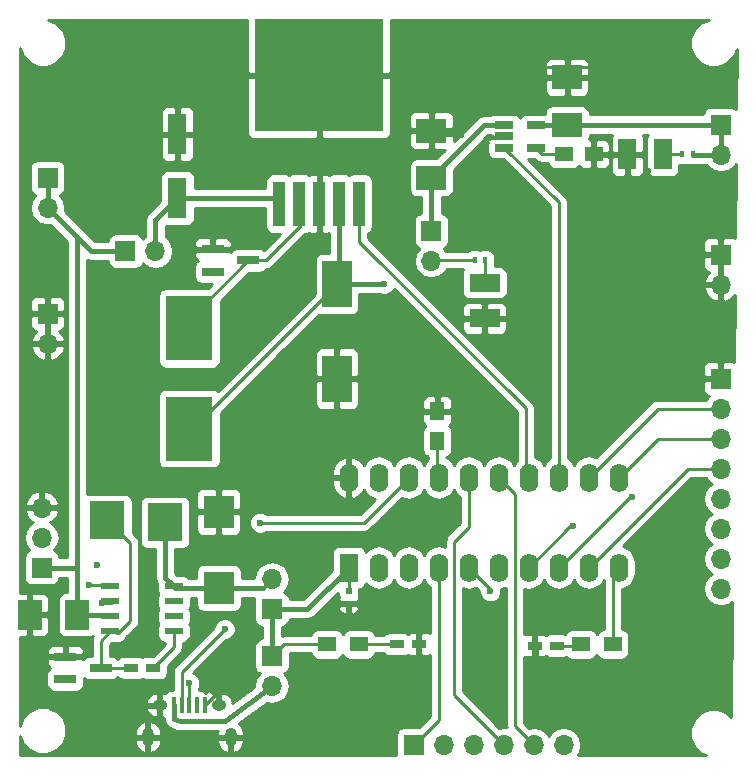
<source format=gbr>
G04 #@! TF.FileFunction,Copper,L1,Top,Signal*
%FSLAX46Y46*%
G04 Gerber Fmt 4.6, Leading zero omitted, Abs format (unit mm)*
G04 Created by KiCad (PCBNEW 4.0.7) date 03/26/18 17:29:43*
%MOMM*%
%LPD*%
G01*
G04 APERTURE LIST*
%ADD10C,0.100000*%
%ADD11R,1.600000X3.500000*%
%ADD12R,2.500000X4.000000*%
%ADD13R,0.500000X0.600000*%
%ADD14R,1.500000X1.250000*%
%ADD15R,2.500000X2.000000*%
%ADD16R,1.250000X1.500000*%
%ADD17R,1.200000X0.750000*%
%ADD18R,2.550000X2.770000*%
%ADD19R,2.000000X2.500000*%
%ADD20R,1.900000X0.800000*%
%ADD21R,1.700000X1.700000*%
%ADD22O,1.700000X1.700000*%
%ADD23R,0.400000X1.350000*%
%ADD24O,1.250000X0.950000*%
%ADD25O,1.000000X1.550000*%
%ADD26R,4.000000X5.500000*%
%ADD27R,3.000000X3.200000*%
%ADD28R,1.500000X1.300000*%
%ADD29R,1.000000X3.850000*%
%ADD30R,10.950000X9.600000*%
%ADD31R,1.560000X0.650000*%
%ADD32R,1.600000X2.400000*%
%ADD33O,1.600000X2.400000*%
%ADD34R,1.550000X0.600000*%
%ADD35R,1.500000X2.600000*%
%ADD36R,2.600000X1.500000*%
%ADD37R,0.400000X0.600000*%
%ADD38C,0.600000*%
%ADD39C,0.450000*%
%ADD40C,0.400000*%
%ADD41C,0.250000*%
%ADD42C,0.254000*%
G04 APERTURE END LIST*
D10*
D11*
X122600000Y-73300000D03*
X122600000Y-67900000D03*
D12*
X136100000Y-80600000D03*
X136100000Y-88600000D03*
D13*
X137100000Y-106550000D03*
X137100000Y-107650000D03*
D14*
X155350000Y-69600000D03*
X157850000Y-69600000D03*
D15*
X155600000Y-67100000D03*
X155600000Y-63100000D03*
X144100000Y-71600000D03*
X144100000Y-67600000D03*
D16*
X144600000Y-93850000D03*
X144600000Y-91350000D03*
D17*
X118650000Y-113100000D03*
X120550000Y-113100000D03*
D18*
X126100000Y-106320000D03*
X126100000Y-99880000D03*
D19*
X110100000Y-108600000D03*
X114100000Y-108600000D03*
D20*
X125600000Y-77650000D03*
X125600000Y-79550000D03*
X128600000Y-78600000D03*
D17*
X143050000Y-111100000D03*
X141150000Y-111100000D03*
X152850000Y-111200000D03*
X154750000Y-111200000D03*
D20*
X113100000Y-112150000D03*
X113100000Y-114050000D03*
X116100000Y-113100000D03*
D21*
X111600000Y-71600000D03*
D22*
X111600000Y-74140000D03*
D21*
X111600000Y-83100000D03*
D22*
X111600000Y-85640000D03*
D23*
X122300000Y-116250000D03*
X122950000Y-116250000D03*
X123600000Y-116250000D03*
X124250000Y-116250000D03*
X124900000Y-116250000D03*
D24*
X121100000Y-116250000D03*
X126100000Y-116250000D03*
D25*
X120100000Y-118950000D03*
X127100000Y-118950000D03*
D21*
X130600000Y-112100000D03*
D22*
X130600000Y-114640000D03*
D21*
X130600000Y-108100000D03*
D22*
X130600000Y-105560000D03*
D21*
X144100000Y-76100000D03*
D22*
X144100000Y-78640000D03*
D21*
X142600000Y-119600000D03*
D22*
X145140000Y-119600000D03*
X147680000Y-119600000D03*
X150220000Y-119600000D03*
X152760000Y-119600000D03*
X155300000Y-119600000D03*
D21*
X168600000Y-67100000D03*
D22*
X168600000Y-69640000D03*
D21*
X168600000Y-78100000D03*
D22*
X168600000Y-80640000D03*
D21*
X111100000Y-104600000D03*
D22*
X111100000Y-102060000D03*
X111100000Y-99520000D03*
D21*
X168600000Y-88600000D03*
D22*
X168600000Y-91140000D03*
X168600000Y-93680000D03*
X168600000Y-96220000D03*
X168600000Y-98760000D03*
X168600000Y-101300000D03*
X168600000Y-103840000D03*
X168600000Y-106380000D03*
D26*
X123600000Y-92850000D03*
X123600000Y-84350000D03*
D27*
X121550000Y-100775000D03*
X116650000Y-100600000D03*
D28*
X135250000Y-111100000D03*
X137950000Y-111100000D03*
X159450000Y-111100000D03*
X156750000Y-111100000D03*
D29*
X131200000Y-73800000D03*
D30*
X134600000Y-62900000D03*
D29*
X132900000Y-73800000D03*
X134600000Y-73800000D03*
X136300000Y-73800000D03*
X138000000Y-73800000D03*
D31*
X150250000Y-67150000D03*
X150250000Y-68100000D03*
X150250000Y-69050000D03*
X152950000Y-69050000D03*
X152950000Y-67150000D03*
D32*
X137100000Y-104600000D03*
D33*
X159960000Y-96980000D03*
X139640000Y-104600000D03*
X157420000Y-96980000D03*
X142180000Y-104600000D03*
X154880000Y-96980000D03*
X144720000Y-104600000D03*
X152340000Y-96980000D03*
X147260000Y-104600000D03*
X149800000Y-96980000D03*
X149800000Y-104600000D03*
X147260000Y-96980000D03*
X152340000Y-104600000D03*
X144720000Y-96980000D03*
X154880000Y-104600000D03*
X142180000Y-96980000D03*
X157420000Y-104600000D03*
X139640000Y-96980000D03*
X159960000Y-104600000D03*
X137100000Y-96980000D03*
D34*
X122300000Y-110005000D03*
X122300000Y-108735000D03*
X122300000Y-107465000D03*
X122300000Y-106195000D03*
X116900000Y-106195000D03*
X116900000Y-107465000D03*
X116900000Y-108735000D03*
X116900000Y-110005000D03*
D21*
X118200000Y-77800000D03*
D22*
X120740000Y-77800000D03*
D35*
X163700000Y-69600000D03*
X160700000Y-69600000D03*
D36*
X148600000Y-80500000D03*
X148600000Y-83500000D03*
D37*
X166250000Y-69600000D03*
X165350000Y-69600000D03*
X147750000Y-78600000D03*
X148650000Y-78600000D03*
D38*
X115800000Y-104400000D03*
X115000000Y-74000000D03*
X115600000Y-64800000D03*
X122600000Y-64800000D03*
X117800000Y-88400000D03*
X117800000Y-80200000D03*
X144000000Y-62200000D03*
X151800000Y-62200000D03*
X162400000Y-62200000D03*
X162400000Y-71000000D03*
X162400000Y-79400000D03*
X162400000Y-88400000D03*
X156200000Y-88400000D03*
X145200000Y-88400000D03*
X139000000Y-93000000D03*
X130800000Y-96200000D03*
X117800000Y-96400000D03*
X123200000Y-119000000D03*
X114800000Y-117600000D03*
X110800000Y-114800000D03*
X110800000Y-112200000D03*
X126600000Y-113800000D03*
X153000000Y-114200000D03*
X149000000Y-114200000D03*
X148800000Y-108800000D03*
X143400000Y-109000000D03*
X137200000Y-108800000D03*
X146600000Y-68000000D03*
X149000000Y-68200000D03*
X112200000Y-108600000D03*
X116200000Y-107600000D03*
X140100000Y-80600000D03*
X129600000Y-100800000D03*
X126600000Y-109800000D03*
X123600000Y-114400000D03*
X115100000Y-106100000D03*
X156100000Y-101100000D03*
X149100000Y-106600000D03*
X161100000Y-98600000D03*
D39*
X118200000Y-77800000D02*
X115260000Y-77800000D01*
X115260000Y-77800000D02*
X111600000Y-74140000D01*
D40*
X116900000Y-108735000D02*
X116765000Y-108600000D01*
D39*
X116765000Y-108600000D02*
X114100000Y-108600000D01*
X111100000Y-104600000D02*
X114100000Y-104600000D01*
D40*
X114100000Y-104600000D02*
X114100000Y-105100000D01*
X111600000Y-74140000D02*
X114100000Y-76640000D01*
D39*
X114100000Y-76640000D02*
X114100000Y-105100000D01*
D40*
X114100000Y-105100000D02*
X114100000Y-108600000D01*
D39*
X111600000Y-71600000D02*
X111600000Y-74140000D01*
D41*
X122600000Y-67900000D02*
X122600000Y-64800000D01*
X115000000Y-65400000D02*
X115000000Y-74000000D01*
X115600000Y-64800000D02*
X115000000Y-65400000D01*
X117800000Y-88400000D02*
X117800000Y-80200000D01*
X144000000Y-67500000D02*
X144000000Y-62200000D01*
X151800000Y-62200000D02*
X162400000Y-62200000D01*
X162400000Y-71000000D02*
X162400000Y-79400000D01*
X162400000Y-88400000D02*
X156200000Y-88400000D01*
X145200000Y-88400000D02*
X143600000Y-88400000D01*
X143600000Y-88400000D02*
X139000000Y-93000000D01*
X130800000Y-96200000D02*
X118000000Y-96200000D01*
X118000000Y-96200000D02*
X117800000Y-96400000D01*
X123200000Y-119000000D02*
X115200000Y-119000000D01*
X115200000Y-119000000D02*
X114800000Y-117600000D01*
X110800000Y-114800000D02*
X110800000Y-112200000D01*
X126600000Y-114550000D02*
X124900000Y-116250000D01*
X126600000Y-113800000D02*
X126600000Y-114550000D01*
X152850000Y-111200000D02*
X153000000Y-111350000D01*
X153000000Y-111350000D02*
X153000000Y-114200000D01*
X149000000Y-114200000D02*
X149000000Y-109000000D01*
X149000000Y-109000000D02*
X148800000Y-108800000D01*
X143400000Y-109000000D02*
X137400000Y-109000000D01*
X137400000Y-109000000D02*
X137200000Y-108800000D01*
X144100000Y-67600000D02*
X144000000Y-67500000D01*
X133700000Y-62000000D02*
X134600000Y-62900000D01*
X144100000Y-67600000D02*
X144500000Y-68000000D01*
X144500000Y-68000000D02*
X146600000Y-68000000D01*
X149000000Y-68200000D02*
X150150000Y-68200000D01*
X150150000Y-68200000D02*
X150250000Y-68100000D01*
X112400000Y-108400000D02*
X112200000Y-108600000D01*
X116200000Y-107600000D02*
X116765000Y-107600000D01*
X116765000Y-107600000D02*
X116900000Y-107465000D01*
X147750000Y-78600000D02*
X144140000Y-78600000D01*
X144140000Y-78600000D02*
X144100000Y-78640000D01*
D39*
X136100000Y-80600000D02*
X140100000Y-80600000D01*
D41*
X123600000Y-92850000D02*
X123850000Y-92850000D01*
X123850000Y-92850000D02*
X136100000Y-80600000D01*
D39*
X136300000Y-73800000D02*
X136300000Y-80400000D01*
D41*
X136300000Y-80400000D02*
X136100000Y-80600000D01*
D39*
X130600000Y-112100000D02*
X130600000Y-108100000D01*
D41*
X135250000Y-111100000D02*
X131600000Y-111100000D01*
X131600000Y-111100000D02*
X130600000Y-112100000D01*
X137100000Y-104600000D02*
X137100000Y-106550000D01*
X137100000Y-106550000D02*
X137150000Y-106600000D01*
X137150000Y-106600000D02*
X137100000Y-106550000D01*
D39*
X130600000Y-108100000D02*
X133600000Y-108100000D01*
X133600000Y-108100000D02*
X137100000Y-104600000D01*
D41*
X152950000Y-69050000D02*
X153500000Y-69600000D01*
X153500000Y-69600000D02*
X155350000Y-69600000D01*
D39*
X144100000Y-71600000D02*
X144100000Y-76100000D01*
X144100000Y-71600000D02*
X148550000Y-67150000D01*
D40*
X148550000Y-67150000D02*
X150250000Y-67150000D01*
D41*
X144720000Y-96980000D02*
X144600000Y-96860000D01*
X144600000Y-96860000D02*
X144600000Y-93850000D01*
X118650000Y-113100000D02*
X116100000Y-113100000D01*
X116900000Y-110005000D02*
X116100000Y-110805000D01*
X116100000Y-110805000D02*
X116100000Y-113100000D01*
X116650000Y-100600000D02*
X118600000Y-102550000D01*
X118600000Y-109100000D02*
X117600000Y-110100000D01*
X118600000Y-102550000D02*
X118600000Y-109100000D01*
X117600000Y-110100000D02*
X116900000Y-110005000D01*
X120550000Y-113100000D02*
X122300000Y-111350000D01*
X122300000Y-111350000D02*
X122300000Y-110005000D01*
D39*
X126100000Y-106320000D02*
X129840000Y-106320000D01*
D41*
X129840000Y-106320000D02*
X130600000Y-105560000D01*
D39*
X126100000Y-106320000D02*
X122425000Y-106320000D01*
D41*
X122425000Y-106320000D02*
X122300000Y-106195000D01*
D39*
X121550000Y-100775000D02*
X121550000Y-105445000D01*
X121550000Y-105445000D02*
X122300000Y-106195000D01*
D41*
X123600000Y-84350000D02*
X123600000Y-83600000D01*
X123600000Y-83600000D02*
X128600000Y-78600000D01*
X128600000Y-78600000D02*
X130100000Y-78600000D01*
X130100000Y-78600000D02*
X133100000Y-75600000D01*
X133100000Y-75600000D02*
X132900000Y-73800000D01*
X137950000Y-111100000D02*
X141150000Y-111100000D01*
X156750000Y-111100000D02*
X156650000Y-111200000D01*
X156650000Y-111200000D02*
X154750000Y-111200000D01*
D39*
X122300000Y-116250000D02*
X122300000Y-117400000D01*
X126600000Y-117600000D02*
X130600000Y-114640000D01*
X122800000Y-117600000D02*
X126600000Y-117600000D01*
X122300000Y-117400000D02*
X122800000Y-117600000D01*
D41*
X122950000Y-116250000D02*
X122950000Y-113450000D01*
X138400000Y-100800000D02*
X142180000Y-97020000D01*
X129600000Y-100800000D02*
X138400000Y-100800000D01*
X122950000Y-113450000D02*
X126600000Y-109800000D01*
X142180000Y-97020000D02*
X142180000Y-96980000D01*
X123600000Y-116250000D02*
X123600000Y-114400000D01*
X144720000Y-117480000D02*
X144720000Y-104600000D01*
X142600000Y-119600000D02*
X144720000Y-117480000D01*
X147260000Y-96980000D02*
X147260000Y-101140000D01*
X146000000Y-115380000D02*
X150220000Y-119600000D01*
X146000000Y-102400000D02*
X146000000Y-115380000D01*
X147260000Y-101140000D02*
X146000000Y-102400000D01*
X149800000Y-96980000D02*
X151200000Y-98380000D01*
X151200000Y-118040000D02*
X152760000Y-119600000D01*
X151200000Y-98380000D02*
X151200000Y-118040000D01*
D39*
X168600000Y-69640000D02*
X166290000Y-69640000D01*
D41*
X166290000Y-69640000D02*
X166250000Y-69600000D01*
D39*
X155600000Y-67100000D02*
X168600000Y-67100000D01*
X168600000Y-67100000D02*
X168600000Y-69640000D01*
D41*
X152950000Y-67150000D02*
X153000000Y-67100000D01*
D39*
X153000000Y-67100000D02*
X155600000Y-67100000D01*
D41*
X115100000Y-106100000D02*
X116805000Y-106100000D01*
X116805000Y-106100000D02*
X116900000Y-106195000D01*
X163260000Y-91140000D02*
X168600000Y-91140000D01*
X157420000Y-96980000D02*
X163260000Y-91140000D01*
X163260000Y-93680000D02*
X168600000Y-93680000D01*
X159960000Y-96980000D02*
X163260000Y-93680000D01*
X152340000Y-104600000D02*
X155840000Y-101100000D01*
X155840000Y-101100000D02*
X156100000Y-101100000D01*
X149100000Y-106440000D02*
X147260000Y-104600000D01*
X149100000Y-106600000D02*
X149100000Y-106440000D01*
X159450000Y-111100000D02*
X159450000Y-105110000D01*
X159450000Y-105110000D02*
X159960000Y-104600000D01*
X152100000Y-96740000D02*
X152100000Y-91100000D01*
X138000000Y-77000000D02*
X152100000Y-91100000D01*
X138000000Y-77000000D02*
X138000000Y-73800000D01*
X152100000Y-96740000D02*
X152340000Y-96980000D01*
X150250000Y-69050000D02*
X154880000Y-73680000D01*
X154880000Y-73680000D02*
X154880000Y-96980000D01*
X154880000Y-104600000D02*
X160880000Y-98600000D01*
X160880000Y-98600000D02*
X161100000Y-98600000D01*
X165800000Y-96220000D02*
X168600000Y-96220000D01*
X157420000Y-104600000D02*
X165800000Y-96220000D01*
D39*
X120740000Y-77800000D02*
X120740000Y-75160000D01*
X120740000Y-75160000D02*
X122600000Y-73300000D01*
X122600000Y-73300000D02*
X130700000Y-73300000D01*
D40*
X130700000Y-73300000D02*
X131200000Y-73800000D01*
D41*
X165350000Y-69600000D02*
X163700000Y-69600000D01*
X148650000Y-78600000D02*
X148650000Y-80450000D01*
X148650000Y-80450000D02*
X148600000Y-80500000D01*
D42*
G36*
X128490000Y-62614250D02*
X128648750Y-62773000D01*
X134473000Y-62773000D01*
X134473000Y-62753000D01*
X134727000Y-62753000D01*
X134727000Y-62773000D01*
X140551250Y-62773000D01*
X140710000Y-62614250D01*
X140710000Y-61973691D01*
X153715000Y-61973691D01*
X153715000Y-62814250D01*
X153873750Y-62973000D01*
X155473000Y-62973000D01*
X155473000Y-61623750D01*
X155727000Y-61623750D01*
X155727000Y-62973000D01*
X157326250Y-62973000D01*
X157485000Y-62814250D01*
X157485000Y-61973691D01*
X157388327Y-61740302D01*
X157209699Y-61561673D01*
X156976310Y-61465000D01*
X155885750Y-61465000D01*
X155727000Y-61623750D01*
X155473000Y-61623750D01*
X155314250Y-61465000D01*
X154223690Y-61465000D01*
X153990301Y-61561673D01*
X153811673Y-61740302D01*
X153715000Y-61973691D01*
X140710000Y-61973691D01*
X140710000Y-58227000D01*
X167577019Y-58227000D01*
X166877057Y-58516218D01*
X166318181Y-59074120D01*
X166015346Y-59803427D01*
X166014657Y-60593109D01*
X166316218Y-61322943D01*
X166874120Y-61881819D01*
X167603427Y-62184654D01*
X168393109Y-62185343D01*
X169122943Y-61883782D01*
X169681819Y-61325880D01*
X169952402Y-60674244D01*
X169911422Y-65796736D01*
X169701890Y-65653569D01*
X169450000Y-65602560D01*
X167750000Y-65602560D01*
X167514683Y-65646838D01*
X167298559Y-65785910D01*
X167153569Y-65998110D01*
X167104585Y-66240000D01*
X157497440Y-66240000D01*
X157497440Y-66100000D01*
X157453162Y-65864683D01*
X157314090Y-65648559D01*
X157101890Y-65503569D01*
X156850000Y-65452560D01*
X154350000Y-65452560D01*
X154114683Y-65496838D01*
X153898559Y-65635910D01*
X153753569Y-65848110D01*
X153702560Y-66100000D01*
X153702560Y-66177560D01*
X152170000Y-66177560D01*
X151934683Y-66221838D01*
X151718559Y-66360910D01*
X151598767Y-66536232D01*
X151494090Y-66373559D01*
X151281890Y-66228569D01*
X151030000Y-66177560D01*
X149470000Y-66177560D01*
X149234683Y-66221838D01*
X149089905Y-66315000D01*
X148675682Y-66315000D01*
X148550000Y-66290000D01*
X148220892Y-66355464D01*
X147941888Y-66541888D01*
X145985000Y-68498776D01*
X145985000Y-67885750D01*
X145826250Y-67727000D01*
X144227000Y-67727000D01*
X144227000Y-69076250D01*
X144385750Y-69235000D01*
X145248776Y-69235000D01*
X144531216Y-69952560D01*
X142850000Y-69952560D01*
X142614683Y-69996838D01*
X142398559Y-70135910D01*
X142253569Y-70348110D01*
X142202560Y-70600000D01*
X142202560Y-72600000D01*
X142246838Y-72835317D01*
X142385910Y-73051441D01*
X142598110Y-73196431D01*
X142850000Y-73247440D01*
X143240000Y-73247440D01*
X143240000Y-74604442D01*
X143014683Y-74646838D01*
X142798559Y-74785910D01*
X142653569Y-74998110D01*
X142602560Y-75250000D01*
X142602560Y-76950000D01*
X142646838Y-77185317D01*
X142785910Y-77401441D01*
X142998110Y-77546431D01*
X143065541Y-77560086D01*
X143020853Y-77589946D01*
X142698946Y-78071715D01*
X142585907Y-78640000D01*
X142698946Y-79208285D01*
X143020853Y-79690054D01*
X143502622Y-80011961D01*
X144070907Y-80125000D01*
X144129093Y-80125000D01*
X144697378Y-80011961D01*
X145179147Y-79690054D01*
X145399682Y-79360000D01*
X146797935Y-79360000D01*
X146703569Y-79498110D01*
X146652560Y-79750000D01*
X146652560Y-81250000D01*
X146696838Y-81485317D01*
X146835910Y-81701441D01*
X147048110Y-81846431D01*
X147300000Y-81897440D01*
X149900000Y-81897440D01*
X150135317Y-81853162D01*
X150351441Y-81714090D01*
X150496431Y-81501890D01*
X150547440Y-81250000D01*
X150547440Y-79750000D01*
X150503162Y-79514683D01*
X150364090Y-79298559D01*
X150151890Y-79153569D01*
X149900000Y-79102560D01*
X149456421Y-79102560D01*
X149497440Y-78900000D01*
X149497440Y-78300000D01*
X149453162Y-78064683D01*
X149314090Y-77848559D01*
X149101890Y-77703569D01*
X148850000Y-77652560D01*
X148450000Y-77652560D01*
X148214683Y-77696838D01*
X148203021Y-77704342D01*
X148201890Y-77703569D01*
X147950000Y-77652560D01*
X147550000Y-77652560D01*
X147314683Y-77696838D01*
X147098559Y-77835910D01*
X147095764Y-77840000D01*
X145346227Y-77840000D01*
X145179147Y-77589946D01*
X145137548Y-77562150D01*
X145185317Y-77553162D01*
X145401441Y-77414090D01*
X145546431Y-77201890D01*
X145597440Y-76950000D01*
X145597440Y-75250000D01*
X145553162Y-75014683D01*
X145414090Y-74798559D01*
X145201890Y-74653569D01*
X144960000Y-74604585D01*
X144960000Y-73247440D01*
X145350000Y-73247440D01*
X145585317Y-73203162D01*
X145801441Y-73064090D01*
X145946431Y-72851890D01*
X145997440Y-72600000D01*
X145997440Y-70918784D01*
X148931224Y-67985000D01*
X149091614Y-67985000D01*
X149218110Y-68071431D01*
X149355120Y-68099176D01*
X149234683Y-68121838D01*
X149071257Y-68227000D01*
X148993750Y-68227000D01*
X148835000Y-68385750D01*
X148835000Y-68551310D01*
X148850268Y-68588171D01*
X148822560Y-68725000D01*
X148822560Y-69375000D01*
X148866838Y-69610317D01*
X149005910Y-69826441D01*
X149218110Y-69971431D01*
X149470000Y-70022440D01*
X150147638Y-70022440D01*
X154120000Y-73994802D01*
X154120000Y-95359168D01*
X153865302Y-95529352D01*
X153610000Y-95911438D01*
X153354698Y-95529352D01*
X152889151Y-95218283D01*
X152860000Y-95212485D01*
X152860000Y-91100000D01*
X152802148Y-90809161D01*
X152802148Y-90809160D01*
X152637401Y-90562599D01*
X145860552Y-83785750D01*
X146665000Y-83785750D01*
X146665000Y-84376309D01*
X146761673Y-84609698D01*
X146940301Y-84788327D01*
X147173690Y-84885000D01*
X148314250Y-84885000D01*
X148473000Y-84726250D01*
X148473000Y-83627000D01*
X148727000Y-83627000D01*
X148727000Y-84726250D01*
X148885750Y-84885000D01*
X150026310Y-84885000D01*
X150259699Y-84788327D01*
X150438327Y-84609698D01*
X150535000Y-84376309D01*
X150535000Y-83785750D01*
X150376250Y-83627000D01*
X148727000Y-83627000D01*
X148473000Y-83627000D01*
X146823750Y-83627000D01*
X146665000Y-83785750D01*
X145860552Y-83785750D01*
X144698493Y-82623691D01*
X146665000Y-82623691D01*
X146665000Y-83214250D01*
X146823750Y-83373000D01*
X148473000Y-83373000D01*
X148473000Y-82273750D01*
X148727000Y-82273750D01*
X148727000Y-83373000D01*
X150376250Y-83373000D01*
X150535000Y-83214250D01*
X150535000Y-82623691D01*
X150438327Y-82390302D01*
X150259699Y-82211673D01*
X150026310Y-82115000D01*
X148885750Y-82115000D01*
X148727000Y-82273750D01*
X148473000Y-82273750D01*
X148314250Y-82115000D01*
X147173690Y-82115000D01*
X146940301Y-82211673D01*
X146761673Y-82390302D01*
X146665000Y-82623691D01*
X144698493Y-82623691D01*
X138760000Y-76685198D01*
X138760000Y-76312279D01*
X138951441Y-76189090D01*
X139096431Y-75976890D01*
X139147440Y-75725000D01*
X139147440Y-71875000D01*
X139103162Y-71639683D01*
X138964090Y-71423559D01*
X138751890Y-71278569D01*
X138500000Y-71227560D01*
X137500000Y-71227560D01*
X137264683Y-71271838D01*
X137150022Y-71345620D01*
X137051890Y-71278569D01*
X136800000Y-71227560D01*
X135800000Y-71227560D01*
X135564683Y-71271838D01*
X135461354Y-71338328D01*
X135459699Y-71336673D01*
X135226310Y-71240000D01*
X134885750Y-71240000D01*
X134727000Y-71398750D01*
X134727000Y-73673000D01*
X134747000Y-73673000D01*
X134747000Y-73927000D01*
X134727000Y-73927000D01*
X134727000Y-76201250D01*
X134885750Y-76360000D01*
X135226310Y-76360000D01*
X135440000Y-76271487D01*
X135440000Y-77952560D01*
X134850000Y-77952560D01*
X134614683Y-77996838D01*
X134398559Y-78135910D01*
X134253569Y-78348110D01*
X134202560Y-78600000D01*
X134202560Y-81422638D01*
X126012137Y-89613061D01*
X125851890Y-89503569D01*
X125600000Y-89452560D01*
X121600000Y-89452560D01*
X121364683Y-89496838D01*
X121148559Y-89635910D01*
X121003569Y-89848110D01*
X120952560Y-90100000D01*
X120952560Y-95600000D01*
X120996838Y-95835317D01*
X121135910Y-96051441D01*
X121348110Y-96196431D01*
X121600000Y-96247440D01*
X125600000Y-96247440D01*
X125835317Y-96203162D01*
X126051441Y-96064090D01*
X126196431Y-95851890D01*
X126247440Y-95600000D01*
X126247440Y-91527362D01*
X128889052Y-88885750D01*
X134215000Y-88885750D01*
X134215000Y-90726309D01*
X134311673Y-90959698D01*
X134490301Y-91138327D01*
X134723690Y-91235000D01*
X135814250Y-91235000D01*
X135973000Y-91076250D01*
X135973000Y-88727000D01*
X136227000Y-88727000D01*
X136227000Y-91076250D01*
X136385750Y-91235000D01*
X137476310Y-91235000D01*
X137709699Y-91138327D01*
X137888327Y-90959698D01*
X137985000Y-90726309D01*
X137985000Y-90473691D01*
X143340000Y-90473691D01*
X143340000Y-91064250D01*
X143498750Y-91223000D01*
X144473000Y-91223000D01*
X144473000Y-90123750D01*
X144727000Y-90123750D01*
X144727000Y-91223000D01*
X145701250Y-91223000D01*
X145860000Y-91064250D01*
X145860000Y-90473691D01*
X145763327Y-90240302D01*
X145584699Y-90061673D01*
X145351310Y-89965000D01*
X144885750Y-89965000D01*
X144727000Y-90123750D01*
X144473000Y-90123750D01*
X144314250Y-89965000D01*
X143848690Y-89965000D01*
X143615301Y-90061673D01*
X143436673Y-90240302D01*
X143340000Y-90473691D01*
X137985000Y-90473691D01*
X137985000Y-88885750D01*
X137826250Y-88727000D01*
X136227000Y-88727000D01*
X135973000Y-88727000D01*
X134373750Y-88727000D01*
X134215000Y-88885750D01*
X128889052Y-88885750D01*
X131301111Y-86473691D01*
X134215000Y-86473691D01*
X134215000Y-88314250D01*
X134373750Y-88473000D01*
X135973000Y-88473000D01*
X135973000Y-86123750D01*
X136227000Y-86123750D01*
X136227000Y-88473000D01*
X137826250Y-88473000D01*
X137985000Y-88314250D01*
X137985000Y-86473691D01*
X137888327Y-86240302D01*
X137709699Y-86061673D01*
X137476310Y-85965000D01*
X136385750Y-85965000D01*
X136227000Y-86123750D01*
X135973000Y-86123750D01*
X135814250Y-85965000D01*
X134723690Y-85965000D01*
X134490301Y-86061673D01*
X134311673Y-86240302D01*
X134215000Y-86473691D01*
X131301111Y-86473691D01*
X134586383Y-83188419D01*
X134598110Y-83196431D01*
X134850000Y-83247440D01*
X137350000Y-83247440D01*
X137585317Y-83203162D01*
X137801441Y-83064090D01*
X137946431Y-82851890D01*
X137997440Y-82600000D01*
X137997440Y-81460000D01*
X139732972Y-81460000D01*
X139913201Y-81534838D01*
X140285167Y-81535162D01*
X140628943Y-81393117D01*
X140892192Y-81130327D01*
X140940115Y-81014917D01*
X151340000Y-91414802D01*
X151340000Y-95519531D01*
X151325302Y-95529352D01*
X151070000Y-95911438D01*
X150814698Y-95529352D01*
X150349151Y-95218283D01*
X149800000Y-95109050D01*
X149250849Y-95218283D01*
X148785302Y-95529352D01*
X148530000Y-95911438D01*
X148274698Y-95529352D01*
X147809151Y-95218283D01*
X147260000Y-95109050D01*
X146710849Y-95218283D01*
X146245302Y-95529352D01*
X145990000Y-95911438D01*
X145734698Y-95529352D01*
X145360000Y-95278986D01*
X145360000Y-95222038D01*
X145460317Y-95203162D01*
X145676441Y-95064090D01*
X145821431Y-94851890D01*
X145872440Y-94600000D01*
X145872440Y-93100000D01*
X145828162Y-92864683D01*
X145689090Y-92648559D01*
X145620994Y-92602031D01*
X145763327Y-92459698D01*
X145860000Y-92226309D01*
X145860000Y-91635750D01*
X145701250Y-91477000D01*
X144727000Y-91477000D01*
X144727000Y-91497000D01*
X144473000Y-91497000D01*
X144473000Y-91477000D01*
X143498750Y-91477000D01*
X143340000Y-91635750D01*
X143340000Y-92226309D01*
X143436673Y-92459698D01*
X143577910Y-92600936D01*
X143523559Y-92635910D01*
X143378569Y-92848110D01*
X143327560Y-93100000D01*
X143327560Y-94600000D01*
X143371838Y-94835317D01*
X143510910Y-95051441D01*
X143723110Y-95196431D01*
X143840000Y-95220102D01*
X143840000Y-95439350D01*
X143705302Y-95529352D01*
X143450000Y-95911438D01*
X143194698Y-95529352D01*
X142729151Y-95218283D01*
X142180000Y-95109050D01*
X141630849Y-95218283D01*
X141165302Y-95529352D01*
X140910000Y-95911438D01*
X140654698Y-95529352D01*
X140189151Y-95218283D01*
X139640000Y-95109050D01*
X139090849Y-95218283D01*
X138625302Y-95529352D01*
X138372493Y-95907707D01*
X138024896Y-95475500D01*
X137531819Y-95205633D01*
X137449039Y-95188096D01*
X137227000Y-95310085D01*
X137227000Y-96853000D01*
X137247000Y-96853000D01*
X137247000Y-97107000D01*
X137227000Y-97107000D01*
X137227000Y-98649915D01*
X137449039Y-98771904D01*
X137531819Y-98754367D01*
X138024896Y-98484500D01*
X138372493Y-98052293D01*
X138625302Y-98430648D01*
X139090849Y-98741717D01*
X139334930Y-98790268D01*
X138085198Y-100040000D01*
X130162463Y-100040000D01*
X130130327Y-100007808D01*
X129786799Y-99865162D01*
X129414833Y-99864838D01*
X129071057Y-100006883D01*
X128807808Y-100269673D01*
X128665162Y-100613201D01*
X128664838Y-100985167D01*
X128806883Y-101328943D01*
X129069673Y-101592192D01*
X129413201Y-101734838D01*
X129785167Y-101735162D01*
X130128943Y-101593117D01*
X130162118Y-101560000D01*
X138400000Y-101560000D01*
X138690839Y-101502148D01*
X138937401Y-101337401D01*
X141572244Y-98702558D01*
X141630849Y-98741717D01*
X142180000Y-98850950D01*
X142729151Y-98741717D01*
X143194698Y-98430648D01*
X143450000Y-98048562D01*
X143705302Y-98430648D01*
X144170849Y-98741717D01*
X144720000Y-98850950D01*
X145269151Y-98741717D01*
X145734698Y-98430648D01*
X145990000Y-98048562D01*
X146245302Y-98430648D01*
X146500000Y-98600832D01*
X146500000Y-100825198D01*
X145462599Y-101862599D01*
X145297852Y-102109161D01*
X145240000Y-102400000D01*
X145240000Y-102832485D01*
X144720000Y-102729050D01*
X144170849Y-102838283D01*
X143705302Y-103149352D01*
X143450000Y-103531438D01*
X143194698Y-103149352D01*
X142729151Y-102838283D01*
X142180000Y-102729050D01*
X141630849Y-102838283D01*
X141165302Y-103149352D01*
X140910000Y-103531438D01*
X140654698Y-103149352D01*
X140189151Y-102838283D01*
X139640000Y-102729050D01*
X139090849Y-102838283D01*
X138625302Y-103149352D01*
X138527749Y-103295350D01*
X138503162Y-103164683D01*
X138364090Y-102948559D01*
X138151890Y-102803569D01*
X137900000Y-102752560D01*
X136300000Y-102752560D01*
X136064683Y-102796838D01*
X135848559Y-102935910D01*
X135703569Y-103148110D01*
X135652560Y-103400000D01*
X135652560Y-104831216D01*
X133243776Y-107240000D01*
X132095558Y-107240000D01*
X132053162Y-107014683D01*
X131914090Y-106798559D01*
X131701890Y-106653569D01*
X131634459Y-106639914D01*
X131679147Y-106610054D01*
X132001054Y-106128285D01*
X132114093Y-105560000D01*
X132001054Y-104991715D01*
X131679147Y-104509946D01*
X131197378Y-104188039D01*
X130629093Y-104075000D01*
X130570907Y-104075000D01*
X130002622Y-104188039D01*
X129520853Y-104509946D01*
X129198946Y-104991715D01*
X129105798Y-105460000D01*
X128022440Y-105460000D01*
X128022440Y-104935000D01*
X127978162Y-104699683D01*
X127839090Y-104483559D01*
X127626890Y-104338569D01*
X127375000Y-104287560D01*
X124825000Y-104287560D01*
X124589683Y-104331838D01*
X124373559Y-104470910D01*
X124228569Y-104683110D01*
X124177560Y-104935000D01*
X124177560Y-105460000D01*
X123549669Y-105460000D01*
X123539090Y-105443559D01*
X123326890Y-105298569D01*
X123075000Y-105247560D01*
X122568784Y-105247560D01*
X122410000Y-105088776D01*
X122410000Y-103022440D01*
X123050000Y-103022440D01*
X123285317Y-102978162D01*
X123501441Y-102839090D01*
X123646431Y-102626890D01*
X123697440Y-102375000D01*
X123697440Y-100165750D01*
X124190000Y-100165750D01*
X124190000Y-101391309D01*
X124286673Y-101624698D01*
X124465301Y-101803327D01*
X124698690Y-101900000D01*
X125814250Y-101900000D01*
X125973000Y-101741250D01*
X125973000Y-100007000D01*
X126227000Y-100007000D01*
X126227000Y-101741250D01*
X126385750Y-101900000D01*
X127501310Y-101900000D01*
X127734699Y-101803327D01*
X127913327Y-101624698D01*
X128010000Y-101391309D01*
X128010000Y-100165750D01*
X127851250Y-100007000D01*
X126227000Y-100007000D01*
X125973000Y-100007000D01*
X124348750Y-100007000D01*
X124190000Y-100165750D01*
X123697440Y-100165750D01*
X123697440Y-99175000D01*
X123653162Y-98939683D01*
X123514090Y-98723559D01*
X123301890Y-98578569D01*
X123050000Y-98527560D01*
X120050000Y-98527560D01*
X119814683Y-98571838D01*
X119598559Y-98710910D01*
X119453569Y-98923110D01*
X119402560Y-99175000D01*
X119402560Y-102375000D01*
X119446838Y-102610317D01*
X119585910Y-102826441D01*
X119798110Y-102971431D01*
X120050000Y-103022440D01*
X120690000Y-103022440D01*
X120690000Y-105445000D01*
X120755464Y-105774108D01*
X120877560Y-105956838D01*
X120877560Y-106495000D01*
X120921838Y-106730317D01*
X120985678Y-106829528D01*
X120928569Y-106913110D01*
X120877560Y-107165000D01*
X120877560Y-107765000D01*
X120921838Y-108000317D01*
X120985678Y-108099528D01*
X120928569Y-108183110D01*
X120877560Y-108435000D01*
X120877560Y-109035000D01*
X120921838Y-109270317D01*
X120985678Y-109369528D01*
X120928569Y-109453110D01*
X120877560Y-109705000D01*
X120877560Y-110305000D01*
X120921838Y-110540317D01*
X121060910Y-110756441D01*
X121273110Y-110901431D01*
X121525000Y-110952440D01*
X121540000Y-110952440D01*
X121540000Y-111035198D01*
X120497638Y-112077560D01*
X119950000Y-112077560D01*
X119714683Y-112121838D01*
X119600022Y-112195620D01*
X119501890Y-112128569D01*
X119250000Y-112077560D01*
X118050000Y-112077560D01*
X117814683Y-112121838D01*
X117598559Y-112260910D01*
X117559151Y-112318586D01*
X117514090Y-112248559D01*
X117301890Y-112103569D01*
X117050000Y-112052560D01*
X116860000Y-112052560D01*
X116860000Y-111119802D01*
X117027362Y-110952440D01*
X117675000Y-110952440D01*
X117910317Y-110908162D01*
X118126441Y-110769090D01*
X118271431Y-110556890D01*
X118285021Y-110489781D01*
X119137401Y-109637401D01*
X119302148Y-109390839D01*
X119360000Y-109100000D01*
X119360000Y-102550000D01*
X119302148Y-102259161D01*
X119302148Y-102259160D01*
X119137401Y-102012599D01*
X118797440Y-101672638D01*
X118797440Y-99000000D01*
X118753162Y-98764683D01*
X118614090Y-98548559D01*
X118401890Y-98403569D01*
X118229658Y-98368691D01*
X124190000Y-98368691D01*
X124190000Y-99594250D01*
X124348750Y-99753000D01*
X125973000Y-99753000D01*
X125973000Y-98018750D01*
X126227000Y-98018750D01*
X126227000Y-99753000D01*
X127851250Y-99753000D01*
X128010000Y-99594250D01*
X128010000Y-98368691D01*
X127913327Y-98135302D01*
X127734699Y-97956673D01*
X127501310Y-97860000D01*
X126385750Y-97860000D01*
X126227000Y-98018750D01*
X125973000Y-98018750D01*
X125814250Y-97860000D01*
X124698690Y-97860000D01*
X124465301Y-97956673D01*
X124286673Y-98135302D01*
X124190000Y-98368691D01*
X118229658Y-98368691D01*
X118150000Y-98352560D01*
X115150000Y-98352560D01*
X114960000Y-98388311D01*
X114960000Y-97107000D01*
X135665000Y-97107000D01*
X135665000Y-97507000D01*
X135822834Y-98046483D01*
X136175104Y-98484500D01*
X136668181Y-98754367D01*
X136750961Y-98771904D01*
X136973000Y-98649915D01*
X136973000Y-97107000D01*
X135665000Y-97107000D01*
X114960000Y-97107000D01*
X114960000Y-96453000D01*
X135665000Y-96453000D01*
X135665000Y-96853000D01*
X136973000Y-96853000D01*
X136973000Y-95310085D01*
X136750961Y-95188096D01*
X136668181Y-95205633D01*
X136175104Y-95475500D01*
X135822834Y-95913517D01*
X135665000Y-96453000D01*
X114960000Y-96453000D01*
X114960000Y-78600327D01*
X115260000Y-78660000D01*
X116704442Y-78660000D01*
X116746838Y-78885317D01*
X116885910Y-79101441D01*
X117098110Y-79246431D01*
X117350000Y-79297440D01*
X119050000Y-79297440D01*
X119285317Y-79253162D01*
X119501441Y-79114090D01*
X119646431Y-78901890D01*
X119660086Y-78834459D01*
X119689946Y-78879147D01*
X120171715Y-79201054D01*
X120740000Y-79314093D01*
X121308285Y-79201054D01*
X121790054Y-78879147D01*
X122111961Y-78397378D01*
X122225000Y-77829093D01*
X122225000Y-77770907D01*
X122111961Y-77202622D01*
X122059221Y-77123690D01*
X124015000Y-77123690D01*
X124015000Y-77364250D01*
X124173750Y-77523000D01*
X125473000Y-77523000D01*
X125473000Y-76773750D01*
X125727000Y-76773750D01*
X125727000Y-77523000D01*
X127026250Y-77523000D01*
X127185000Y-77364250D01*
X127185000Y-77123690D01*
X127088327Y-76890301D01*
X126909698Y-76711673D01*
X126676309Y-76615000D01*
X125885750Y-76615000D01*
X125727000Y-76773750D01*
X125473000Y-76773750D01*
X125314250Y-76615000D01*
X124523691Y-76615000D01*
X124290302Y-76711673D01*
X124111673Y-76890301D01*
X124015000Y-77123690D01*
X122059221Y-77123690D01*
X121790054Y-76720853D01*
X121600000Y-76593863D01*
X121600000Y-75656939D01*
X121800000Y-75697440D01*
X123400000Y-75697440D01*
X123635317Y-75653162D01*
X123851441Y-75514090D01*
X123996431Y-75301890D01*
X124047440Y-75050000D01*
X124047440Y-74160000D01*
X130052560Y-74160000D01*
X130052560Y-75725000D01*
X130096838Y-75960317D01*
X130235910Y-76176441D01*
X130448110Y-76321431D01*
X130700000Y-76372440D01*
X131252758Y-76372440D01*
X129932433Y-77692765D01*
X129801890Y-77603569D01*
X129550000Y-77552560D01*
X127650000Y-77552560D01*
X127414683Y-77596838D01*
X127198559Y-77735910D01*
X127111936Y-77862686D01*
X127026250Y-77777000D01*
X125727000Y-77777000D01*
X125727000Y-77797000D01*
X125473000Y-77797000D01*
X125473000Y-77777000D01*
X124173750Y-77777000D01*
X124015000Y-77935750D01*
X124015000Y-78176310D01*
X124111673Y-78409699D01*
X124290302Y-78588327D01*
X124326747Y-78603423D01*
X124198559Y-78685910D01*
X124053569Y-78898110D01*
X124002560Y-79150000D01*
X124002560Y-79950000D01*
X124046838Y-80185317D01*
X124185910Y-80401441D01*
X124398110Y-80546431D01*
X124650000Y-80597440D01*
X125527758Y-80597440D01*
X125172638Y-80952560D01*
X121600000Y-80952560D01*
X121364683Y-80996838D01*
X121148559Y-81135910D01*
X121003569Y-81348110D01*
X120952560Y-81600000D01*
X120952560Y-87100000D01*
X120996838Y-87335317D01*
X121135910Y-87551441D01*
X121348110Y-87696431D01*
X121600000Y-87747440D01*
X125600000Y-87747440D01*
X125835317Y-87703162D01*
X126051441Y-87564090D01*
X126196431Y-87351890D01*
X126247440Y-87100000D01*
X126247440Y-82027362D01*
X128627362Y-79647440D01*
X129550000Y-79647440D01*
X129785317Y-79603162D01*
X130001441Y-79464090D01*
X130072563Y-79360000D01*
X130100000Y-79360000D01*
X130390839Y-79302148D01*
X130637401Y-79137401D01*
X133402909Y-76371893D01*
X133635317Y-76328162D01*
X133738646Y-76261672D01*
X133740301Y-76263327D01*
X133973690Y-76360000D01*
X134314250Y-76360000D01*
X134473000Y-76201250D01*
X134473000Y-73927000D01*
X134453000Y-73927000D01*
X134453000Y-73673000D01*
X134473000Y-73673000D01*
X134473000Y-71398750D01*
X134314250Y-71240000D01*
X133973690Y-71240000D01*
X133740301Y-71336673D01*
X133738932Y-71338042D01*
X133651890Y-71278569D01*
X133400000Y-71227560D01*
X132400000Y-71227560D01*
X132164683Y-71271838D01*
X132050022Y-71345620D01*
X131951890Y-71278569D01*
X131700000Y-71227560D01*
X130700000Y-71227560D01*
X130464683Y-71271838D01*
X130248559Y-71410910D01*
X130103569Y-71623110D01*
X130052560Y-71875000D01*
X130052560Y-72440000D01*
X124047440Y-72440000D01*
X124047440Y-71550000D01*
X124003162Y-71314683D01*
X123864090Y-71098559D01*
X123651890Y-70953569D01*
X123400000Y-70902560D01*
X121800000Y-70902560D01*
X121564683Y-70946838D01*
X121348559Y-71085910D01*
X121203569Y-71298110D01*
X121152560Y-71550000D01*
X121152560Y-73531216D01*
X120131888Y-74551888D01*
X119945464Y-74830892D01*
X119880000Y-75160000D01*
X119880000Y-76593863D01*
X119689946Y-76720853D01*
X119662150Y-76762452D01*
X119653162Y-76714683D01*
X119514090Y-76498559D01*
X119301890Y-76353569D01*
X119050000Y-76302560D01*
X117350000Y-76302560D01*
X117114683Y-76346838D01*
X116898559Y-76485910D01*
X116753569Y-76698110D01*
X116704585Y-76940000D01*
X115616224Y-76940000D01*
X113064673Y-74388449D01*
X113114093Y-74140000D01*
X113001054Y-73571715D01*
X112679147Y-73089946D01*
X112637548Y-73062150D01*
X112685317Y-73053162D01*
X112901441Y-72914090D01*
X113046431Y-72701890D01*
X113097440Y-72450000D01*
X113097440Y-70750000D01*
X113053162Y-70514683D01*
X112914090Y-70298559D01*
X112701890Y-70153569D01*
X112450000Y-70102560D01*
X110750000Y-70102560D01*
X110514683Y-70146838D01*
X110298559Y-70285910D01*
X110153569Y-70498110D01*
X110102560Y-70750000D01*
X110102560Y-72450000D01*
X110146838Y-72685317D01*
X110285910Y-72901441D01*
X110498110Y-73046431D01*
X110565541Y-73060086D01*
X110520853Y-73089946D01*
X110198946Y-73571715D01*
X110085907Y-74140000D01*
X110198946Y-74708285D01*
X110520853Y-75190054D01*
X111002622Y-75511961D01*
X111570907Y-75625000D01*
X111629093Y-75625000D01*
X111829010Y-75585234D01*
X113240000Y-76996224D01*
X113240000Y-103740000D01*
X112595558Y-103740000D01*
X112553162Y-103514683D01*
X112414090Y-103298559D01*
X112201890Y-103153569D01*
X112134459Y-103139914D01*
X112179147Y-103110054D01*
X112501054Y-102628285D01*
X112614093Y-102060000D01*
X112501054Y-101491715D01*
X112179147Y-101009946D01*
X111838447Y-100782298D01*
X111981358Y-100715183D01*
X112371645Y-100286924D01*
X112541476Y-99876890D01*
X112420155Y-99647000D01*
X111227000Y-99647000D01*
X111227000Y-99667000D01*
X110973000Y-99667000D01*
X110973000Y-99647000D01*
X109779845Y-99647000D01*
X109658524Y-99876890D01*
X109828355Y-100286924D01*
X110218642Y-100715183D01*
X110361553Y-100782298D01*
X110020853Y-101009946D01*
X109698946Y-101491715D01*
X109585907Y-102060000D01*
X109698946Y-102628285D01*
X110020853Y-103110054D01*
X110062452Y-103137850D01*
X110014683Y-103146838D01*
X109798559Y-103285910D01*
X109653569Y-103498110D01*
X109602560Y-103750000D01*
X109602560Y-105450000D01*
X109646838Y-105685317D01*
X109785910Y-105901441D01*
X109998110Y-106046431D01*
X110250000Y-106097440D01*
X111950000Y-106097440D01*
X112185317Y-106053162D01*
X112401441Y-105914090D01*
X112546431Y-105701890D01*
X112595415Y-105460000D01*
X113265000Y-105460000D01*
X113265000Y-106702560D01*
X113100000Y-106702560D01*
X112864683Y-106746838D01*
X112648559Y-106885910D01*
X112503569Y-107098110D01*
X112452560Y-107350000D01*
X112452560Y-109850000D01*
X112496838Y-110085317D01*
X112635910Y-110301441D01*
X112848110Y-110446431D01*
X113100000Y-110497440D01*
X115100000Y-110497440D01*
X115335317Y-110453162D01*
X115487065Y-110355515D01*
X115490754Y-110375122D01*
X115397852Y-110514161D01*
X115340000Y-110805000D01*
X115340000Y-112052560D01*
X115150000Y-112052560D01*
X114914683Y-112096838D01*
X114698559Y-112235910D01*
X114611936Y-112362686D01*
X114526250Y-112277000D01*
X113227000Y-112277000D01*
X113227000Y-112297000D01*
X112973000Y-112297000D01*
X112973000Y-112277000D01*
X111673750Y-112277000D01*
X111515000Y-112435750D01*
X111515000Y-112676310D01*
X111611673Y-112909699D01*
X111790302Y-113088327D01*
X111826747Y-113103423D01*
X111698559Y-113185910D01*
X111553569Y-113398110D01*
X111502560Y-113650000D01*
X111502560Y-114450000D01*
X111546838Y-114685317D01*
X111685910Y-114901441D01*
X111898110Y-115046431D01*
X112150000Y-115097440D01*
X114050000Y-115097440D01*
X114285317Y-115053162D01*
X114501441Y-114914090D01*
X114646431Y-114701890D01*
X114697440Y-114450000D01*
X114697440Y-113959319D01*
X114898110Y-114096431D01*
X115150000Y-114147440D01*
X117050000Y-114147440D01*
X117285317Y-114103162D01*
X117501441Y-113964090D01*
X117557419Y-113882164D01*
X117585910Y-113926441D01*
X117798110Y-114071431D01*
X118050000Y-114122440D01*
X119250000Y-114122440D01*
X119485317Y-114078162D01*
X119599978Y-114004380D01*
X119698110Y-114071431D01*
X119950000Y-114122440D01*
X121150000Y-114122440D01*
X121385317Y-114078162D01*
X121601441Y-113939090D01*
X121746431Y-113726890D01*
X121797440Y-113475000D01*
X121797440Y-112927362D01*
X122837401Y-111887401D01*
X123002148Y-111640839D01*
X123060000Y-111350000D01*
X123060000Y-110952440D01*
X123075000Y-110952440D01*
X123310317Y-110908162D01*
X123526441Y-110769090D01*
X123671431Y-110556890D01*
X123722440Y-110305000D01*
X123722440Y-109705000D01*
X123678162Y-109469683D01*
X123614322Y-109370472D01*
X123671431Y-109286890D01*
X123722440Y-109035000D01*
X123722440Y-108435000D01*
X123678162Y-108199683D01*
X123614322Y-108100472D01*
X123671431Y-108016890D01*
X123722440Y-107765000D01*
X123722440Y-107180000D01*
X124177560Y-107180000D01*
X124177560Y-107705000D01*
X124221838Y-107940317D01*
X124360910Y-108156441D01*
X124573110Y-108301431D01*
X124825000Y-108352440D01*
X127375000Y-108352440D01*
X127610317Y-108308162D01*
X127826441Y-108169090D01*
X127971431Y-107956890D01*
X128022440Y-107705000D01*
X128022440Y-107180000D01*
X129116735Y-107180000D01*
X129102560Y-107250000D01*
X129102560Y-108950000D01*
X129146838Y-109185317D01*
X129285910Y-109401441D01*
X129498110Y-109546431D01*
X129740000Y-109595415D01*
X129740000Y-110604442D01*
X129514683Y-110646838D01*
X129298559Y-110785910D01*
X129153569Y-110998110D01*
X129102560Y-111250000D01*
X129102560Y-112950000D01*
X129146838Y-113185317D01*
X129285910Y-113401441D01*
X129498110Y-113546431D01*
X129565541Y-113560086D01*
X129520853Y-113589946D01*
X129198946Y-114071715D01*
X129085907Y-114640000D01*
X129094675Y-114684079D01*
X127244271Y-116053377D01*
X127319268Y-115952062D01*
X127135552Y-115578179D01*
X126811049Y-115290432D01*
X126401131Y-115148771D01*
X126227000Y-115297437D01*
X126227000Y-116123000D01*
X126247000Y-116123000D01*
X126247000Y-116377000D01*
X126227000Y-116377000D01*
X126227000Y-116397000D01*
X125973000Y-116397000D01*
X125973000Y-116377000D01*
X125953000Y-116377000D01*
X125953000Y-116123000D01*
X125973000Y-116123000D01*
X125973000Y-115297437D01*
X125798869Y-115148771D01*
X125630115Y-115207090D01*
X125459699Y-115036673D01*
X125226310Y-114940000D01*
X125158750Y-114940000D01*
X125000000Y-115098750D01*
X125000000Y-115257067D01*
X124914090Y-115123559D01*
X124701890Y-114978569D01*
X124674215Y-114972965D01*
X124641250Y-114940000D01*
X124573690Y-114940000D01*
X124553247Y-114948468D01*
X124450000Y-114927560D01*
X124393341Y-114927560D01*
X124534838Y-114586799D01*
X124535162Y-114214833D01*
X124393117Y-113871057D01*
X124130327Y-113607808D01*
X123944257Y-113530545D01*
X126739681Y-110735122D01*
X126785167Y-110735162D01*
X127128943Y-110593117D01*
X127392192Y-110330327D01*
X127534838Y-109986799D01*
X127535162Y-109614833D01*
X127393117Y-109271057D01*
X127130327Y-109007808D01*
X126786799Y-108865162D01*
X126414833Y-108864838D01*
X126071057Y-109006883D01*
X125807808Y-109269673D01*
X125665162Y-109613201D01*
X125665121Y-109660076D01*
X122412599Y-112912599D01*
X122247852Y-113159161D01*
X122190000Y-113450000D01*
X122190000Y-114927560D01*
X122100000Y-114927560D01*
X121864683Y-114971838D01*
X121648559Y-115110910D01*
X121580367Y-115210712D01*
X121401131Y-115148771D01*
X121227000Y-115297437D01*
X121227000Y-116123000D01*
X121247000Y-116123000D01*
X121247000Y-116377000D01*
X121227000Y-116377000D01*
X121227000Y-117202563D01*
X121401131Y-117351229D01*
X121440000Y-117337797D01*
X121440000Y-117400000D01*
X121441042Y-117405237D01*
X121440064Y-117410486D01*
X121473741Y-117569627D01*
X121505464Y-117729108D01*
X121508429Y-117733546D01*
X121509535Y-117738771D01*
X121601537Y-117872892D01*
X121691888Y-118008112D01*
X121696328Y-118011079D01*
X121699348Y-118015481D01*
X121835662Y-118104178D01*
X121970892Y-118194536D01*
X121976128Y-118195578D01*
X121980604Y-118198490D01*
X122480604Y-118398490D01*
X122640505Y-118428274D01*
X122800000Y-118460000D01*
X125992974Y-118460000D01*
X125965000Y-118548000D01*
X125965000Y-118823000D01*
X126973000Y-118823000D01*
X126973000Y-118803000D01*
X127227000Y-118803000D01*
X127227000Y-118823000D01*
X128235000Y-118823000D01*
X128235000Y-118548000D01*
X128100002Y-118123322D01*
X127812763Y-117782632D01*
X127804465Y-117778558D01*
X130151689Y-116041612D01*
X130570907Y-116125000D01*
X130629093Y-116125000D01*
X131197378Y-116011961D01*
X131679147Y-115690054D01*
X132001054Y-115208285D01*
X132114093Y-114640000D01*
X132001054Y-114071715D01*
X131679147Y-113589946D01*
X131637548Y-113562150D01*
X131685317Y-113553162D01*
X131901441Y-113414090D01*
X132046431Y-113201890D01*
X132097440Y-112950000D01*
X132097440Y-111860000D01*
X133873258Y-111860000D01*
X133896838Y-111985317D01*
X134035910Y-112201441D01*
X134248110Y-112346431D01*
X134500000Y-112397440D01*
X136000000Y-112397440D01*
X136235317Y-112353162D01*
X136451441Y-112214090D01*
X136596431Y-112001890D01*
X136599081Y-111988803D01*
X136735910Y-112201441D01*
X136948110Y-112346431D01*
X137200000Y-112397440D01*
X138700000Y-112397440D01*
X138935317Y-112353162D01*
X139151441Y-112214090D01*
X139296431Y-112001890D01*
X139325164Y-111860000D01*
X140043156Y-111860000D01*
X140085910Y-111926441D01*
X140298110Y-112071431D01*
X140550000Y-112122440D01*
X141750000Y-112122440D01*
X141985317Y-112078162D01*
X142088646Y-112011671D01*
X142090302Y-112013327D01*
X142323691Y-112110000D01*
X142764250Y-112110000D01*
X142923000Y-111951250D01*
X142923000Y-111227000D01*
X142903000Y-111227000D01*
X142903000Y-110973000D01*
X142923000Y-110973000D01*
X142923000Y-110248750D01*
X142764250Y-110090000D01*
X142323691Y-110090000D01*
X142090302Y-110186673D01*
X142088932Y-110188043D01*
X142001890Y-110128569D01*
X141750000Y-110077560D01*
X140550000Y-110077560D01*
X140314683Y-110121838D01*
X140098559Y-110260910D01*
X140044519Y-110340000D01*
X139326742Y-110340000D01*
X139303162Y-110214683D01*
X139164090Y-109998559D01*
X138951890Y-109853569D01*
X138700000Y-109802560D01*
X137200000Y-109802560D01*
X136964683Y-109846838D01*
X136748559Y-109985910D01*
X136603569Y-110198110D01*
X136600919Y-110211197D01*
X136464090Y-109998559D01*
X136251890Y-109853569D01*
X136000000Y-109802560D01*
X134500000Y-109802560D01*
X134264683Y-109846838D01*
X134048559Y-109985910D01*
X133903569Y-110198110D01*
X133874836Y-110340000D01*
X131600000Y-110340000D01*
X131460000Y-110367848D01*
X131460000Y-109595558D01*
X131685317Y-109553162D01*
X131901441Y-109414090D01*
X132046431Y-109201890D01*
X132095415Y-108960000D01*
X133600000Y-108960000D01*
X133929108Y-108894536D01*
X134208112Y-108708112D01*
X134980474Y-107935750D01*
X136215000Y-107935750D01*
X136215000Y-108076309D01*
X136311673Y-108309698D01*
X136490301Y-108488327D01*
X136723690Y-108585000D01*
X136816250Y-108585000D01*
X136975000Y-108426250D01*
X136975000Y-107777000D01*
X137225000Y-107777000D01*
X137225000Y-108426250D01*
X137383750Y-108585000D01*
X137476310Y-108585000D01*
X137709699Y-108488327D01*
X137888327Y-108309698D01*
X137985000Y-108076309D01*
X137985000Y-107935750D01*
X137826250Y-107777000D01*
X137225000Y-107777000D01*
X136975000Y-107777000D01*
X136373750Y-107777000D01*
X136215000Y-107935750D01*
X134980474Y-107935750D01*
X136202560Y-106713664D01*
X136202560Y-106850000D01*
X136246838Y-107085317D01*
X136262339Y-107109406D01*
X136215000Y-107223691D01*
X136215000Y-107364250D01*
X136373750Y-107523000D01*
X136975000Y-107523000D01*
X136975000Y-107503000D01*
X137225000Y-107503000D01*
X137225000Y-107523000D01*
X137826250Y-107523000D01*
X137985000Y-107364250D01*
X137985000Y-107223691D01*
X137939033Y-107112717D01*
X137946431Y-107101890D01*
X137997440Y-106850000D01*
X137997440Y-106429105D01*
X138135317Y-106403162D01*
X138351441Y-106264090D01*
X138496431Y-106051890D01*
X138526597Y-105902926D01*
X138625302Y-106050648D01*
X139090849Y-106361717D01*
X139640000Y-106470950D01*
X140189151Y-106361717D01*
X140654698Y-106050648D01*
X140910000Y-105668562D01*
X141165302Y-106050648D01*
X141630849Y-106361717D01*
X142180000Y-106470950D01*
X142729151Y-106361717D01*
X143194698Y-106050648D01*
X143450000Y-105668562D01*
X143705302Y-106050648D01*
X143960000Y-106220832D01*
X143960000Y-110166087D01*
X143776309Y-110090000D01*
X143335750Y-110090000D01*
X143177000Y-110248750D01*
X143177000Y-110973000D01*
X143197000Y-110973000D01*
X143197000Y-111227000D01*
X143177000Y-111227000D01*
X143177000Y-111951250D01*
X143335750Y-112110000D01*
X143776309Y-112110000D01*
X143960000Y-112033913D01*
X143960000Y-117165198D01*
X143022638Y-118102560D01*
X141750000Y-118102560D01*
X141514683Y-118146838D01*
X141298559Y-118285910D01*
X141153569Y-118498110D01*
X141102560Y-118750000D01*
X141102560Y-120450000D01*
X141106888Y-120473000D01*
X109227000Y-120473000D01*
X109227000Y-118822981D01*
X109516218Y-119522943D01*
X110074120Y-120081819D01*
X110803427Y-120384654D01*
X111593109Y-120385343D01*
X112322943Y-120083782D01*
X112881819Y-119525880D01*
X113068210Y-119077000D01*
X118965000Y-119077000D01*
X118965000Y-119352000D01*
X119099998Y-119776678D01*
X119387237Y-120117368D01*
X119798126Y-120319119D01*
X119973000Y-120192954D01*
X119973000Y-119077000D01*
X120227000Y-119077000D01*
X120227000Y-120192954D01*
X120401874Y-120319119D01*
X120812763Y-120117368D01*
X121100002Y-119776678D01*
X121235000Y-119352000D01*
X121235000Y-119077000D01*
X125965000Y-119077000D01*
X125965000Y-119352000D01*
X126099998Y-119776678D01*
X126387237Y-120117368D01*
X126798126Y-120319119D01*
X126973000Y-120192954D01*
X126973000Y-119077000D01*
X127227000Y-119077000D01*
X127227000Y-120192954D01*
X127401874Y-120319119D01*
X127812763Y-120117368D01*
X128100002Y-119776678D01*
X128235000Y-119352000D01*
X128235000Y-119077000D01*
X127227000Y-119077000D01*
X126973000Y-119077000D01*
X125965000Y-119077000D01*
X121235000Y-119077000D01*
X120227000Y-119077000D01*
X119973000Y-119077000D01*
X118965000Y-119077000D01*
X113068210Y-119077000D01*
X113184654Y-118796573D01*
X113184870Y-118548000D01*
X118965000Y-118548000D01*
X118965000Y-118823000D01*
X119973000Y-118823000D01*
X119973000Y-117707046D01*
X120227000Y-117707046D01*
X120227000Y-118823000D01*
X121235000Y-118823000D01*
X121235000Y-118548000D01*
X121100002Y-118123322D01*
X120812763Y-117782632D01*
X120401874Y-117580881D01*
X120227000Y-117707046D01*
X119973000Y-117707046D01*
X119798126Y-117580881D01*
X119387237Y-117782632D01*
X119099998Y-118123322D01*
X118965000Y-118548000D01*
X113184870Y-118548000D01*
X113185343Y-118006891D01*
X112883782Y-117277057D01*
X112325880Y-116718181D01*
X111915890Y-116547938D01*
X119880732Y-116547938D01*
X120064448Y-116921821D01*
X120388951Y-117209568D01*
X120798869Y-117351229D01*
X120973000Y-117202563D01*
X120973000Y-116377000D01*
X120007266Y-116377000D01*
X119880732Y-116547938D01*
X111915890Y-116547938D01*
X111596573Y-116415346D01*
X110806891Y-116414657D01*
X110077057Y-116716218D01*
X109518181Y-117274120D01*
X109227000Y-117975361D01*
X109227000Y-115952062D01*
X119880732Y-115952062D01*
X120007266Y-116123000D01*
X120973000Y-116123000D01*
X120973000Y-115297437D01*
X120798869Y-115148771D01*
X120388951Y-115290432D01*
X120064448Y-115578179D01*
X119880732Y-115952062D01*
X109227000Y-115952062D01*
X109227000Y-111623690D01*
X111515000Y-111623690D01*
X111515000Y-111864250D01*
X111673750Y-112023000D01*
X112973000Y-112023000D01*
X112973000Y-111273750D01*
X113227000Y-111273750D01*
X113227000Y-112023000D01*
X114526250Y-112023000D01*
X114685000Y-111864250D01*
X114685000Y-111623690D01*
X114588327Y-111390301D01*
X114409698Y-111211673D01*
X114176309Y-111115000D01*
X113385750Y-111115000D01*
X113227000Y-111273750D01*
X112973000Y-111273750D01*
X112814250Y-111115000D01*
X112023691Y-111115000D01*
X111790302Y-111211673D01*
X111611673Y-111390301D01*
X111515000Y-111623690D01*
X109227000Y-111623690D01*
X109227000Y-110485000D01*
X109814250Y-110485000D01*
X109973000Y-110326250D01*
X109973000Y-108727000D01*
X110227000Y-108727000D01*
X110227000Y-110326250D01*
X110385750Y-110485000D01*
X111226309Y-110485000D01*
X111459698Y-110388327D01*
X111638327Y-110209699D01*
X111735000Y-109976310D01*
X111735000Y-108885750D01*
X111576250Y-108727000D01*
X110227000Y-108727000D01*
X109973000Y-108727000D01*
X109953000Y-108727000D01*
X109953000Y-108473000D01*
X109973000Y-108473000D01*
X109973000Y-106873750D01*
X110227000Y-106873750D01*
X110227000Y-108473000D01*
X111576250Y-108473000D01*
X111735000Y-108314250D01*
X111735000Y-107223690D01*
X111638327Y-106990301D01*
X111459698Y-106811673D01*
X111226309Y-106715000D01*
X110385750Y-106715000D01*
X110227000Y-106873750D01*
X109973000Y-106873750D01*
X109814250Y-106715000D01*
X109227000Y-106715000D01*
X109227000Y-99163110D01*
X109658524Y-99163110D01*
X109779845Y-99393000D01*
X110973000Y-99393000D01*
X110973000Y-98199181D01*
X111227000Y-98199181D01*
X111227000Y-99393000D01*
X112420155Y-99393000D01*
X112541476Y-99163110D01*
X112371645Y-98753076D01*
X111981358Y-98324817D01*
X111456892Y-98078514D01*
X111227000Y-98199181D01*
X110973000Y-98199181D01*
X110743108Y-98078514D01*
X110218642Y-98324817D01*
X109828355Y-98753076D01*
X109658524Y-99163110D01*
X109227000Y-99163110D01*
X109227000Y-85996890D01*
X110158524Y-85996890D01*
X110328355Y-86406924D01*
X110718642Y-86835183D01*
X111243108Y-87081486D01*
X111473000Y-86960819D01*
X111473000Y-85767000D01*
X111727000Y-85767000D01*
X111727000Y-86960819D01*
X111956892Y-87081486D01*
X112481358Y-86835183D01*
X112871645Y-86406924D01*
X113041476Y-85996890D01*
X112920155Y-85767000D01*
X111727000Y-85767000D01*
X111473000Y-85767000D01*
X110279845Y-85767000D01*
X110158524Y-85996890D01*
X109227000Y-85996890D01*
X109227000Y-83385750D01*
X110115000Y-83385750D01*
X110115000Y-84076310D01*
X110211673Y-84309699D01*
X110390302Y-84488327D01*
X110599878Y-84575136D01*
X110328355Y-84873076D01*
X110158524Y-85283110D01*
X110279845Y-85513000D01*
X111473000Y-85513000D01*
X111473000Y-83227000D01*
X111727000Y-83227000D01*
X111727000Y-85513000D01*
X112920155Y-85513000D01*
X113041476Y-85283110D01*
X112871645Y-84873076D01*
X112600122Y-84575136D01*
X112809698Y-84488327D01*
X112988327Y-84309699D01*
X113085000Y-84076310D01*
X113085000Y-83385750D01*
X112926250Y-83227000D01*
X111727000Y-83227000D01*
X111473000Y-83227000D01*
X110273750Y-83227000D01*
X110115000Y-83385750D01*
X109227000Y-83385750D01*
X109227000Y-82123690D01*
X110115000Y-82123690D01*
X110115000Y-82814250D01*
X110273750Y-82973000D01*
X111473000Y-82973000D01*
X111473000Y-81773750D01*
X111727000Y-81773750D01*
X111727000Y-82973000D01*
X112926250Y-82973000D01*
X113085000Y-82814250D01*
X113085000Y-82123690D01*
X112988327Y-81890301D01*
X112809698Y-81711673D01*
X112576309Y-81615000D01*
X111885750Y-81615000D01*
X111727000Y-81773750D01*
X111473000Y-81773750D01*
X111314250Y-81615000D01*
X110623691Y-81615000D01*
X110390302Y-81711673D01*
X110211673Y-81890301D01*
X110115000Y-82123690D01*
X109227000Y-82123690D01*
X109227000Y-68185750D01*
X121165000Y-68185750D01*
X121165000Y-69776309D01*
X121261673Y-70009698D01*
X121440301Y-70188327D01*
X121673690Y-70285000D01*
X122314250Y-70285000D01*
X122473000Y-70126250D01*
X122473000Y-68027000D01*
X122727000Y-68027000D01*
X122727000Y-70126250D01*
X122885750Y-70285000D01*
X123526310Y-70285000D01*
X123759699Y-70188327D01*
X123938327Y-70009698D01*
X124035000Y-69776309D01*
X124035000Y-68185750D01*
X123876250Y-68027000D01*
X122727000Y-68027000D01*
X122473000Y-68027000D01*
X121323750Y-68027000D01*
X121165000Y-68185750D01*
X109227000Y-68185750D01*
X109227000Y-66023691D01*
X121165000Y-66023691D01*
X121165000Y-67614250D01*
X121323750Y-67773000D01*
X122473000Y-67773000D01*
X122473000Y-65673750D01*
X122727000Y-65673750D01*
X122727000Y-67773000D01*
X123876250Y-67773000D01*
X124035000Y-67614250D01*
X124035000Y-66023691D01*
X123938327Y-65790302D01*
X123759699Y-65611673D01*
X123526310Y-65515000D01*
X122885750Y-65515000D01*
X122727000Y-65673750D01*
X122473000Y-65673750D01*
X122314250Y-65515000D01*
X121673690Y-65515000D01*
X121440301Y-65611673D01*
X121261673Y-65790302D01*
X121165000Y-66023691D01*
X109227000Y-66023691D01*
X109227000Y-63185750D01*
X128490000Y-63185750D01*
X128490000Y-67826309D01*
X128586673Y-68059698D01*
X128765301Y-68238327D01*
X128998690Y-68335000D01*
X134314250Y-68335000D01*
X134473000Y-68176250D01*
X134473000Y-63027000D01*
X134727000Y-63027000D01*
X134727000Y-68176250D01*
X134885750Y-68335000D01*
X140201310Y-68335000D01*
X140434699Y-68238327D01*
X140613327Y-68059698D01*
X140685378Y-67885750D01*
X142215000Y-67885750D01*
X142215000Y-68726309D01*
X142311673Y-68959698D01*
X142490301Y-69138327D01*
X142723690Y-69235000D01*
X143814250Y-69235000D01*
X143973000Y-69076250D01*
X143973000Y-67727000D01*
X142373750Y-67727000D01*
X142215000Y-67885750D01*
X140685378Y-67885750D01*
X140710000Y-67826309D01*
X140710000Y-66473691D01*
X142215000Y-66473691D01*
X142215000Y-67314250D01*
X142373750Y-67473000D01*
X143973000Y-67473000D01*
X143973000Y-66123750D01*
X144227000Y-66123750D01*
X144227000Y-67473000D01*
X145826250Y-67473000D01*
X145985000Y-67314250D01*
X145985000Y-66473691D01*
X145888327Y-66240302D01*
X145709699Y-66061673D01*
X145476310Y-65965000D01*
X144385750Y-65965000D01*
X144227000Y-66123750D01*
X143973000Y-66123750D01*
X143814250Y-65965000D01*
X142723690Y-65965000D01*
X142490301Y-66061673D01*
X142311673Y-66240302D01*
X142215000Y-66473691D01*
X140710000Y-66473691D01*
X140710000Y-63385750D01*
X153715000Y-63385750D01*
X153715000Y-64226309D01*
X153811673Y-64459698D01*
X153990301Y-64638327D01*
X154223690Y-64735000D01*
X155314250Y-64735000D01*
X155473000Y-64576250D01*
X155473000Y-63227000D01*
X155727000Y-63227000D01*
X155727000Y-64576250D01*
X155885750Y-64735000D01*
X156976310Y-64735000D01*
X157209699Y-64638327D01*
X157388327Y-64459698D01*
X157485000Y-64226309D01*
X157485000Y-63385750D01*
X157326250Y-63227000D01*
X155727000Y-63227000D01*
X155473000Y-63227000D01*
X153873750Y-63227000D01*
X153715000Y-63385750D01*
X140710000Y-63385750D01*
X140710000Y-63185750D01*
X140551250Y-63027000D01*
X134727000Y-63027000D01*
X134473000Y-63027000D01*
X128648750Y-63027000D01*
X128490000Y-63185750D01*
X109227000Y-63185750D01*
X109227000Y-60622981D01*
X109516218Y-61322943D01*
X110074120Y-61881819D01*
X110803427Y-62184654D01*
X111593109Y-62185343D01*
X112322943Y-61883782D01*
X112881819Y-61325880D01*
X113184654Y-60596573D01*
X113185343Y-59806891D01*
X112883782Y-59077057D01*
X112325880Y-58518181D01*
X111624639Y-58227000D01*
X128490000Y-58227000D01*
X128490000Y-62614250D01*
X128490000Y-62614250D01*
G37*
X128490000Y-62614250D02*
X128648750Y-62773000D01*
X134473000Y-62773000D01*
X134473000Y-62753000D01*
X134727000Y-62753000D01*
X134727000Y-62773000D01*
X140551250Y-62773000D01*
X140710000Y-62614250D01*
X140710000Y-61973691D01*
X153715000Y-61973691D01*
X153715000Y-62814250D01*
X153873750Y-62973000D01*
X155473000Y-62973000D01*
X155473000Y-61623750D01*
X155727000Y-61623750D01*
X155727000Y-62973000D01*
X157326250Y-62973000D01*
X157485000Y-62814250D01*
X157485000Y-61973691D01*
X157388327Y-61740302D01*
X157209699Y-61561673D01*
X156976310Y-61465000D01*
X155885750Y-61465000D01*
X155727000Y-61623750D01*
X155473000Y-61623750D01*
X155314250Y-61465000D01*
X154223690Y-61465000D01*
X153990301Y-61561673D01*
X153811673Y-61740302D01*
X153715000Y-61973691D01*
X140710000Y-61973691D01*
X140710000Y-58227000D01*
X167577019Y-58227000D01*
X166877057Y-58516218D01*
X166318181Y-59074120D01*
X166015346Y-59803427D01*
X166014657Y-60593109D01*
X166316218Y-61322943D01*
X166874120Y-61881819D01*
X167603427Y-62184654D01*
X168393109Y-62185343D01*
X169122943Y-61883782D01*
X169681819Y-61325880D01*
X169952402Y-60674244D01*
X169911422Y-65796736D01*
X169701890Y-65653569D01*
X169450000Y-65602560D01*
X167750000Y-65602560D01*
X167514683Y-65646838D01*
X167298559Y-65785910D01*
X167153569Y-65998110D01*
X167104585Y-66240000D01*
X157497440Y-66240000D01*
X157497440Y-66100000D01*
X157453162Y-65864683D01*
X157314090Y-65648559D01*
X157101890Y-65503569D01*
X156850000Y-65452560D01*
X154350000Y-65452560D01*
X154114683Y-65496838D01*
X153898559Y-65635910D01*
X153753569Y-65848110D01*
X153702560Y-66100000D01*
X153702560Y-66177560D01*
X152170000Y-66177560D01*
X151934683Y-66221838D01*
X151718559Y-66360910D01*
X151598767Y-66536232D01*
X151494090Y-66373559D01*
X151281890Y-66228569D01*
X151030000Y-66177560D01*
X149470000Y-66177560D01*
X149234683Y-66221838D01*
X149089905Y-66315000D01*
X148675682Y-66315000D01*
X148550000Y-66290000D01*
X148220892Y-66355464D01*
X147941888Y-66541888D01*
X145985000Y-68498776D01*
X145985000Y-67885750D01*
X145826250Y-67727000D01*
X144227000Y-67727000D01*
X144227000Y-69076250D01*
X144385750Y-69235000D01*
X145248776Y-69235000D01*
X144531216Y-69952560D01*
X142850000Y-69952560D01*
X142614683Y-69996838D01*
X142398559Y-70135910D01*
X142253569Y-70348110D01*
X142202560Y-70600000D01*
X142202560Y-72600000D01*
X142246838Y-72835317D01*
X142385910Y-73051441D01*
X142598110Y-73196431D01*
X142850000Y-73247440D01*
X143240000Y-73247440D01*
X143240000Y-74604442D01*
X143014683Y-74646838D01*
X142798559Y-74785910D01*
X142653569Y-74998110D01*
X142602560Y-75250000D01*
X142602560Y-76950000D01*
X142646838Y-77185317D01*
X142785910Y-77401441D01*
X142998110Y-77546431D01*
X143065541Y-77560086D01*
X143020853Y-77589946D01*
X142698946Y-78071715D01*
X142585907Y-78640000D01*
X142698946Y-79208285D01*
X143020853Y-79690054D01*
X143502622Y-80011961D01*
X144070907Y-80125000D01*
X144129093Y-80125000D01*
X144697378Y-80011961D01*
X145179147Y-79690054D01*
X145399682Y-79360000D01*
X146797935Y-79360000D01*
X146703569Y-79498110D01*
X146652560Y-79750000D01*
X146652560Y-81250000D01*
X146696838Y-81485317D01*
X146835910Y-81701441D01*
X147048110Y-81846431D01*
X147300000Y-81897440D01*
X149900000Y-81897440D01*
X150135317Y-81853162D01*
X150351441Y-81714090D01*
X150496431Y-81501890D01*
X150547440Y-81250000D01*
X150547440Y-79750000D01*
X150503162Y-79514683D01*
X150364090Y-79298559D01*
X150151890Y-79153569D01*
X149900000Y-79102560D01*
X149456421Y-79102560D01*
X149497440Y-78900000D01*
X149497440Y-78300000D01*
X149453162Y-78064683D01*
X149314090Y-77848559D01*
X149101890Y-77703569D01*
X148850000Y-77652560D01*
X148450000Y-77652560D01*
X148214683Y-77696838D01*
X148203021Y-77704342D01*
X148201890Y-77703569D01*
X147950000Y-77652560D01*
X147550000Y-77652560D01*
X147314683Y-77696838D01*
X147098559Y-77835910D01*
X147095764Y-77840000D01*
X145346227Y-77840000D01*
X145179147Y-77589946D01*
X145137548Y-77562150D01*
X145185317Y-77553162D01*
X145401441Y-77414090D01*
X145546431Y-77201890D01*
X145597440Y-76950000D01*
X145597440Y-75250000D01*
X145553162Y-75014683D01*
X145414090Y-74798559D01*
X145201890Y-74653569D01*
X144960000Y-74604585D01*
X144960000Y-73247440D01*
X145350000Y-73247440D01*
X145585317Y-73203162D01*
X145801441Y-73064090D01*
X145946431Y-72851890D01*
X145997440Y-72600000D01*
X145997440Y-70918784D01*
X148931224Y-67985000D01*
X149091614Y-67985000D01*
X149218110Y-68071431D01*
X149355120Y-68099176D01*
X149234683Y-68121838D01*
X149071257Y-68227000D01*
X148993750Y-68227000D01*
X148835000Y-68385750D01*
X148835000Y-68551310D01*
X148850268Y-68588171D01*
X148822560Y-68725000D01*
X148822560Y-69375000D01*
X148866838Y-69610317D01*
X149005910Y-69826441D01*
X149218110Y-69971431D01*
X149470000Y-70022440D01*
X150147638Y-70022440D01*
X154120000Y-73994802D01*
X154120000Y-95359168D01*
X153865302Y-95529352D01*
X153610000Y-95911438D01*
X153354698Y-95529352D01*
X152889151Y-95218283D01*
X152860000Y-95212485D01*
X152860000Y-91100000D01*
X152802148Y-90809161D01*
X152802148Y-90809160D01*
X152637401Y-90562599D01*
X145860552Y-83785750D01*
X146665000Y-83785750D01*
X146665000Y-84376309D01*
X146761673Y-84609698D01*
X146940301Y-84788327D01*
X147173690Y-84885000D01*
X148314250Y-84885000D01*
X148473000Y-84726250D01*
X148473000Y-83627000D01*
X148727000Y-83627000D01*
X148727000Y-84726250D01*
X148885750Y-84885000D01*
X150026310Y-84885000D01*
X150259699Y-84788327D01*
X150438327Y-84609698D01*
X150535000Y-84376309D01*
X150535000Y-83785750D01*
X150376250Y-83627000D01*
X148727000Y-83627000D01*
X148473000Y-83627000D01*
X146823750Y-83627000D01*
X146665000Y-83785750D01*
X145860552Y-83785750D01*
X144698493Y-82623691D01*
X146665000Y-82623691D01*
X146665000Y-83214250D01*
X146823750Y-83373000D01*
X148473000Y-83373000D01*
X148473000Y-82273750D01*
X148727000Y-82273750D01*
X148727000Y-83373000D01*
X150376250Y-83373000D01*
X150535000Y-83214250D01*
X150535000Y-82623691D01*
X150438327Y-82390302D01*
X150259699Y-82211673D01*
X150026310Y-82115000D01*
X148885750Y-82115000D01*
X148727000Y-82273750D01*
X148473000Y-82273750D01*
X148314250Y-82115000D01*
X147173690Y-82115000D01*
X146940301Y-82211673D01*
X146761673Y-82390302D01*
X146665000Y-82623691D01*
X144698493Y-82623691D01*
X138760000Y-76685198D01*
X138760000Y-76312279D01*
X138951441Y-76189090D01*
X139096431Y-75976890D01*
X139147440Y-75725000D01*
X139147440Y-71875000D01*
X139103162Y-71639683D01*
X138964090Y-71423559D01*
X138751890Y-71278569D01*
X138500000Y-71227560D01*
X137500000Y-71227560D01*
X137264683Y-71271838D01*
X137150022Y-71345620D01*
X137051890Y-71278569D01*
X136800000Y-71227560D01*
X135800000Y-71227560D01*
X135564683Y-71271838D01*
X135461354Y-71338328D01*
X135459699Y-71336673D01*
X135226310Y-71240000D01*
X134885750Y-71240000D01*
X134727000Y-71398750D01*
X134727000Y-73673000D01*
X134747000Y-73673000D01*
X134747000Y-73927000D01*
X134727000Y-73927000D01*
X134727000Y-76201250D01*
X134885750Y-76360000D01*
X135226310Y-76360000D01*
X135440000Y-76271487D01*
X135440000Y-77952560D01*
X134850000Y-77952560D01*
X134614683Y-77996838D01*
X134398559Y-78135910D01*
X134253569Y-78348110D01*
X134202560Y-78600000D01*
X134202560Y-81422638D01*
X126012137Y-89613061D01*
X125851890Y-89503569D01*
X125600000Y-89452560D01*
X121600000Y-89452560D01*
X121364683Y-89496838D01*
X121148559Y-89635910D01*
X121003569Y-89848110D01*
X120952560Y-90100000D01*
X120952560Y-95600000D01*
X120996838Y-95835317D01*
X121135910Y-96051441D01*
X121348110Y-96196431D01*
X121600000Y-96247440D01*
X125600000Y-96247440D01*
X125835317Y-96203162D01*
X126051441Y-96064090D01*
X126196431Y-95851890D01*
X126247440Y-95600000D01*
X126247440Y-91527362D01*
X128889052Y-88885750D01*
X134215000Y-88885750D01*
X134215000Y-90726309D01*
X134311673Y-90959698D01*
X134490301Y-91138327D01*
X134723690Y-91235000D01*
X135814250Y-91235000D01*
X135973000Y-91076250D01*
X135973000Y-88727000D01*
X136227000Y-88727000D01*
X136227000Y-91076250D01*
X136385750Y-91235000D01*
X137476310Y-91235000D01*
X137709699Y-91138327D01*
X137888327Y-90959698D01*
X137985000Y-90726309D01*
X137985000Y-90473691D01*
X143340000Y-90473691D01*
X143340000Y-91064250D01*
X143498750Y-91223000D01*
X144473000Y-91223000D01*
X144473000Y-90123750D01*
X144727000Y-90123750D01*
X144727000Y-91223000D01*
X145701250Y-91223000D01*
X145860000Y-91064250D01*
X145860000Y-90473691D01*
X145763327Y-90240302D01*
X145584699Y-90061673D01*
X145351310Y-89965000D01*
X144885750Y-89965000D01*
X144727000Y-90123750D01*
X144473000Y-90123750D01*
X144314250Y-89965000D01*
X143848690Y-89965000D01*
X143615301Y-90061673D01*
X143436673Y-90240302D01*
X143340000Y-90473691D01*
X137985000Y-90473691D01*
X137985000Y-88885750D01*
X137826250Y-88727000D01*
X136227000Y-88727000D01*
X135973000Y-88727000D01*
X134373750Y-88727000D01*
X134215000Y-88885750D01*
X128889052Y-88885750D01*
X131301111Y-86473691D01*
X134215000Y-86473691D01*
X134215000Y-88314250D01*
X134373750Y-88473000D01*
X135973000Y-88473000D01*
X135973000Y-86123750D01*
X136227000Y-86123750D01*
X136227000Y-88473000D01*
X137826250Y-88473000D01*
X137985000Y-88314250D01*
X137985000Y-86473691D01*
X137888327Y-86240302D01*
X137709699Y-86061673D01*
X137476310Y-85965000D01*
X136385750Y-85965000D01*
X136227000Y-86123750D01*
X135973000Y-86123750D01*
X135814250Y-85965000D01*
X134723690Y-85965000D01*
X134490301Y-86061673D01*
X134311673Y-86240302D01*
X134215000Y-86473691D01*
X131301111Y-86473691D01*
X134586383Y-83188419D01*
X134598110Y-83196431D01*
X134850000Y-83247440D01*
X137350000Y-83247440D01*
X137585317Y-83203162D01*
X137801441Y-83064090D01*
X137946431Y-82851890D01*
X137997440Y-82600000D01*
X137997440Y-81460000D01*
X139732972Y-81460000D01*
X139913201Y-81534838D01*
X140285167Y-81535162D01*
X140628943Y-81393117D01*
X140892192Y-81130327D01*
X140940115Y-81014917D01*
X151340000Y-91414802D01*
X151340000Y-95519531D01*
X151325302Y-95529352D01*
X151070000Y-95911438D01*
X150814698Y-95529352D01*
X150349151Y-95218283D01*
X149800000Y-95109050D01*
X149250849Y-95218283D01*
X148785302Y-95529352D01*
X148530000Y-95911438D01*
X148274698Y-95529352D01*
X147809151Y-95218283D01*
X147260000Y-95109050D01*
X146710849Y-95218283D01*
X146245302Y-95529352D01*
X145990000Y-95911438D01*
X145734698Y-95529352D01*
X145360000Y-95278986D01*
X145360000Y-95222038D01*
X145460317Y-95203162D01*
X145676441Y-95064090D01*
X145821431Y-94851890D01*
X145872440Y-94600000D01*
X145872440Y-93100000D01*
X145828162Y-92864683D01*
X145689090Y-92648559D01*
X145620994Y-92602031D01*
X145763327Y-92459698D01*
X145860000Y-92226309D01*
X145860000Y-91635750D01*
X145701250Y-91477000D01*
X144727000Y-91477000D01*
X144727000Y-91497000D01*
X144473000Y-91497000D01*
X144473000Y-91477000D01*
X143498750Y-91477000D01*
X143340000Y-91635750D01*
X143340000Y-92226309D01*
X143436673Y-92459698D01*
X143577910Y-92600936D01*
X143523559Y-92635910D01*
X143378569Y-92848110D01*
X143327560Y-93100000D01*
X143327560Y-94600000D01*
X143371838Y-94835317D01*
X143510910Y-95051441D01*
X143723110Y-95196431D01*
X143840000Y-95220102D01*
X143840000Y-95439350D01*
X143705302Y-95529352D01*
X143450000Y-95911438D01*
X143194698Y-95529352D01*
X142729151Y-95218283D01*
X142180000Y-95109050D01*
X141630849Y-95218283D01*
X141165302Y-95529352D01*
X140910000Y-95911438D01*
X140654698Y-95529352D01*
X140189151Y-95218283D01*
X139640000Y-95109050D01*
X139090849Y-95218283D01*
X138625302Y-95529352D01*
X138372493Y-95907707D01*
X138024896Y-95475500D01*
X137531819Y-95205633D01*
X137449039Y-95188096D01*
X137227000Y-95310085D01*
X137227000Y-96853000D01*
X137247000Y-96853000D01*
X137247000Y-97107000D01*
X137227000Y-97107000D01*
X137227000Y-98649915D01*
X137449039Y-98771904D01*
X137531819Y-98754367D01*
X138024896Y-98484500D01*
X138372493Y-98052293D01*
X138625302Y-98430648D01*
X139090849Y-98741717D01*
X139334930Y-98790268D01*
X138085198Y-100040000D01*
X130162463Y-100040000D01*
X130130327Y-100007808D01*
X129786799Y-99865162D01*
X129414833Y-99864838D01*
X129071057Y-100006883D01*
X128807808Y-100269673D01*
X128665162Y-100613201D01*
X128664838Y-100985167D01*
X128806883Y-101328943D01*
X129069673Y-101592192D01*
X129413201Y-101734838D01*
X129785167Y-101735162D01*
X130128943Y-101593117D01*
X130162118Y-101560000D01*
X138400000Y-101560000D01*
X138690839Y-101502148D01*
X138937401Y-101337401D01*
X141572244Y-98702558D01*
X141630849Y-98741717D01*
X142180000Y-98850950D01*
X142729151Y-98741717D01*
X143194698Y-98430648D01*
X143450000Y-98048562D01*
X143705302Y-98430648D01*
X144170849Y-98741717D01*
X144720000Y-98850950D01*
X145269151Y-98741717D01*
X145734698Y-98430648D01*
X145990000Y-98048562D01*
X146245302Y-98430648D01*
X146500000Y-98600832D01*
X146500000Y-100825198D01*
X145462599Y-101862599D01*
X145297852Y-102109161D01*
X145240000Y-102400000D01*
X145240000Y-102832485D01*
X144720000Y-102729050D01*
X144170849Y-102838283D01*
X143705302Y-103149352D01*
X143450000Y-103531438D01*
X143194698Y-103149352D01*
X142729151Y-102838283D01*
X142180000Y-102729050D01*
X141630849Y-102838283D01*
X141165302Y-103149352D01*
X140910000Y-103531438D01*
X140654698Y-103149352D01*
X140189151Y-102838283D01*
X139640000Y-102729050D01*
X139090849Y-102838283D01*
X138625302Y-103149352D01*
X138527749Y-103295350D01*
X138503162Y-103164683D01*
X138364090Y-102948559D01*
X138151890Y-102803569D01*
X137900000Y-102752560D01*
X136300000Y-102752560D01*
X136064683Y-102796838D01*
X135848559Y-102935910D01*
X135703569Y-103148110D01*
X135652560Y-103400000D01*
X135652560Y-104831216D01*
X133243776Y-107240000D01*
X132095558Y-107240000D01*
X132053162Y-107014683D01*
X131914090Y-106798559D01*
X131701890Y-106653569D01*
X131634459Y-106639914D01*
X131679147Y-106610054D01*
X132001054Y-106128285D01*
X132114093Y-105560000D01*
X132001054Y-104991715D01*
X131679147Y-104509946D01*
X131197378Y-104188039D01*
X130629093Y-104075000D01*
X130570907Y-104075000D01*
X130002622Y-104188039D01*
X129520853Y-104509946D01*
X129198946Y-104991715D01*
X129105798Y-105460000D01*
X128022440Y-105460000D01*
X128022440Y-104935000D01*
X127978162Y-104699683D01*
X127839090Y-104483559D01*
X127626890Y-104338569D01*
X127375000Y-104287560D01*
X124825000Y-104287560D01*
X124589683Y-104331838D01*
X124373559Y-104470910D01*
X124228569Y-104683110D01*
X124177560Y-104935000D01*
X124177560Y-105460000D01*
X123549669Y-105460000D01*
X123539090Y-105443559D01*
X123326890Y-105298569D01*
X123075000Y-105247560D01*
X122568784Y-105247560D01*
X122410000Y-105088776D01*
X122410000Y-103022440D01*
X123050000Y-103022440D01*
X123285317Y-102978162D01*
X123501441Y-102839090D01*
X123646431Y-102626890D01*
X123697440Y-102375000D01*
X123697440Y-100165750D01*
X124190000Y-100165750D01*
X124190000Y-101391309D01*
X124286673Y-101624698D01*
X124465301Y-101803327D01*
X124698690Y-101900000D01*
X125814250Y-101900000D01*
X125973000Y-101741250D01*
X125973000Y-100007000D01*
X126227000Y-100007000D01*
X126227000Y-101741250D01*
X126385750Y-101900000D01*
X127501310Y-101900000D01*
X127734699Y-101803327D01*
X127913327Y-101624698D01*
X128010000Y-101391309D01*
X128010000Y-100165750D01*
X127851250Y-100007000D01*
X126227000Y-100007000D01*
X125973000Y-100007000D01*
X124348750Y-100007000D01*
X124190000Y-100165750D01*
X123697440Y-100165750D01*
X123697440Y-99175000D01*
X123653162Y-98939683D01*
X123514090Y-98723559D01*
X123301890Y-98578569D01*
X123050000Y-98527560D01*
X120050000Y-98527560D01*
X119814683Y-98571838D01*
X119598559Y-98710910D01*
X119453569Y-98923110D01*
X119402560Y-99175000D01*
X119402560Y-102375000D01*
X119446838Y-102610317D01*
X119585910Y-102826441D01*
X119798110Y-102971431D01*
X120050000Y-103022440D01*
X120690000Y-103022440D01*
X120690000Y-105445000D01*
X120755464Y-105774108D01*
X120877560Y-105956838D01*
X120877560Y-106495000D01*
X120921838Y-106730317D01*
X120985678Y-106829528D01*
X120928569Y-106913110D01*
X120877560Y-107165000D01*
X120877560Y-107765000D01*
X120921838Y-108000317D01*
X120985678Y-108099528D01*
X120928569Y-108183110D01*
X120877560Y-108435000D01*
X120877560Y-109035000D01*
X120921838Y-109270317D01*
X120985678Y-109369528D01*
X120928569Y-109453110D01*
X120877560Y-109705000D01*
X120877560Y-110305000D01*
X120921838Y-110540317D01*
X121060910Y-110756441D01*
X121273110Y-110901431D01*
X121525000Y-110952440D01*
X121540000Y-110952440D01*
X121540000Y-111035198D01*
X120497638Y-112077560D01*
X119950000Y-112077560D01*
X119714683Y-112121838D01*
X119600022Y-112195620D01*
X119501890Y-112128569D01*
X119250000Y-112077560D01*
X118050000Y-112077560D01*
X117814683Y-112121838D01*
X117598559Y-112260910D01*
X117559151Y-112318586D01*
X117514090Y-112248559D01*
X117301890Y-112103569D01*
X117050000Y-112052560D01*
X116860000Y-112052560D01*
X116860000Y-111119802D01*
X117027362Y-110952440D01*
X117675000Y-110952440D01*
X117910317Y-110908162D01*
X118126441Y-110769090D01*
X118271431Y-110556890D01*
X118285021Y-110489781D01*
X119137401Y-109637401D01*
X119302148Y-109390839D01*
X119360000Y-109100000D01*
X119360000Y-102550000D01*
X119302148Y-102259161D01*
X119302148Y-102259160D01*
X119137401Y-102012599D01*
X118797440Y-101672638D01*
X118797440Y-99000000D01*
X118753162Y-98764683D01*
X118614090Y-98548559D01*
X118401890Y-98403569D01*
X118229658Y-98368691D01*
X124190000Y-98368691D01*
X124190000Y-99594250D01*
X124348750Y-99753000D01*
X125973000Y-99753000D01*
X125973000Y-98018750D01*
X126227000Y-98018750D01*
X126227000Y-99753000D01*
X127851250Y-99753000D01*
X128010000Y-99594250D01*
X128010000Y-98368691D01*
X127913327Y-98135302D01*
X127734699Y-97956673D01*
X127501310Y-97860000D01*
X126385750Y-97860000D01*
X126227000Y-98018750D01*
X125973000Y-98018750D01*
X125814250Y-97860000D01*
X124698690Y-97860000D01*
X124465301Y-97956673D01*
X124286673Y-98135302D01*
X124190000Y-98368691D01*
X118229658Y-98368691D01*
X118150000Y-98352560D01*
X115150000Y-98352560D01*
X114960000Y-98388311D01*
X114960000Y-97107000D01*
X135665000Y-97107000D01*
X135665000Y-97507000D01*
X135822834Y-98046483D01*
X136175104Y-98484500D01*
X136668181Y-98754367D01*
X136750961Y-98771904D01*
X136973000Y-98649915D01*
X136973000Y-97107000D01*
X135665000Y-97107000D01*
X114960000Y-97107000D01*
X114960000Y-96453000D01*
X135665000Y-96453000D01*
X135665000Y-96853000D01*
X136973000Y-96853000D01*
X136973000Y-95310085D01*
X136750961Y-95188096D01*
X136668181Y-95205633D01*
X136175104Y-95475500D01*
X135822834Y-95913517D01*
X135665000Y-96453000D01*
X114960000Y-96453000D01*
X114960000Y-78600327D01*
X115260000Y-78660000D01*
X116704442Y-78660000D01*
X116746838Y-78885317D01*
X116885910Y-79101441D01*
X117098110Y-79246431D01*
X117350000Y-79297440D01*
X119050000Y-79297440D01*
X119285317Y-79253162D01*
X119501441Y-79114090D01*
X119646431Y-78901890D01*
X119660086Y-78834459D01*
X119689946Y-78879147D01*
X120171715Y-79201054D01*
X120740000Y-79314093D01*
X121308285Y-79201054D01*
X121790054Y-78879147D01*
X122111961Y-78397378D01*
X122225000Y-77829093D01*
X122225000Y-77770907D01*
X122111961Y-77202622D01*
X122059221Y-77123690D01*
X124015000Y-77123690D01*
X124015000Y-77364250D01*
X124173750Y-77523000D01*
X125473000Y-77523000D01*
X125473000Y-76773750D01*
X125727000Y-76773750D01*
X125727000Y-77523000D01*
X127026250Y-77523000D01*
X127185000Y-77364250D01*
X127185000Y-77123690D01*
X127088327Y-76890301D01*
X126909698Y-76711673D01*
X126676309Y-76615000D01*
X125885750Y-76615000D01*
X125727000Y-76773750D01*
X125473000Y-76773750D01*
X125314250Y-76615000D01*
X124523691Y-76615000D01*
X124290302Y-76711673D01*
X124111673Y-76890301D01*
X124015000Y-77123690D01*
X122059221Y-77123690D01*
X121790054Y-76720853D01*
X121600000Y-76593863D01*
X121600000Y-75656939D01*
X121800000Y-75697440D01*
X123400000Y-75697440D01*
X123635317Y-75653162D01*
X123851441Y-75514090D01*
X123996431Y-75301890D01*
X124047440Y-75050000D01*
X124047440Y-74160000D01*
X130052560Y-74160000D01*
X130052560Y-75725000D01*
X130096838Y-75960317D01*
X130235910Y-76176441D01*
X130448110Y-76321431D01*
X130700000Y-76372440D01*
X131252758Y-76372440D01*
X129932433Y-77692765D01*
X129801890Y-77603569D01*
X129550000Y-77552560D01*
X127650000Y-77552560D01*
X127414683Y-77596838D01*
X127198559Y-77735910D01*
X127111936Y-77862686D01*
X127026250Y-77777000D01*
X125727000Y-77777000D01*
X125727000Y-77797000D01*
X125473000Y-77797000D01*
X125473000Y-77777000D01*
X124173750Y-77777000D01*
X124015000Y-77935750D01*
X124015000Y-78176310D01*
X124111673Y-78409699D01*
X124290302Y-78588327D01*
X124326747Y-78603423D01*
X124198559Y-78685910D01*
X124053569Y-78898110D01*
X124002560Y-79150000D01*
X124002560Y-79950000D01*
X124046838Y-80185317D01*
X124185910Y-80401441D01*
X124398110Y-80546431D01*
X124650000Y-80597440D01*
X125527758Y-80597440D01*
X125172638Y-80952560D01*
X121600000Y-80952560D01*
X121364683Y-80996838D01*
X121148559Y-81135910D01*
X121003569Y-81348110D01*
X120952560Y-81600000D01*
X120952560Y-87100000D01*
X120996838Y-87335317D01*
X121135910Y-87551441D01*
X121348110Y-87696431D01*
X121600000Y-87747440D01*
X125600000Y-87747440D01*
X125835317Y-87703162D01*
X126051441Y-87564090D01*
X126196431Y-87351890D01*
X126247440Y-87100000D01*
X126247440Y-82027362D01*
X128627362Y-79647440D01*
X129550000Y-79647440D01*
X129785317Y-79603162D01*
X130001441Y-79464090D01*
X130072563Y-79360000D01*
X130100000Y-79360000D01*
X130390839Y-79302148D01*
X130637401Y-79137401D01*
X133402909Y-76371893D01*
X133635317Y-76328162D01*
X133738646Y-76261672D01*
X133740301Y-76263327D01*
X133973690Y-76360000D01*
X134314250Y-76360000D01*
X134473000Y-76201250D01*
X134473000Y-73927000D01*
X134453000Y-73927000D01*
X134453000Y-73673000D01*
X134473000Y-73673000D01*
X134473000Y-71398750D01*
X134314250Y-71240000D01*
X133973690Y-71240000D01*
X133740301Y-71336673D01*
X133738932Y-71338042D01*
X133651890Y-71278569D01*
X133400000Y-71227560D01*
X132400000Y-71227560D01*
X132164683Y-71271838D01*
X132050022Y-71345620D01*
X131951890Y-71278569D01*
X131700000Y-71227560D01*
X130700000Y-71227560D01*
X130464683Y-71271838D01*
X130248559Y-71410910D01*
X130103569Y-71623110D01*
X130052560Y-71875000D01*
X130052560Y-72440000D01*
X124047440Y-72440000D01*
X124047440Y-71550000D01*
X124003162Y-71314683D01*
X123864090Y-71098559D01*
X123651890Y-70953569D01*
X123400000Y-70902560D01*
X121800000Y-70902560D01*
X121564683Y-70946838D01*
X121348559Y-71085910D01*
X121203569Y-71298110D01*
X121152560Y-71550000D01*
X121152560Y-73531216D01*
X120131888Y-74551888D01*
X119945464Y-74830892D01*
X119880000Y-75160000D01*
X119880000Y-76593863D01*
X119689946Y-76720853D01*
X119662150Y-76762452D01*
X119653162Y-76714683D01*
X119514090Y-76498559D01*
X119301890Y-76353569D01*
X119050000Y-76302560D01*
X117350000Y-76302560D01*
X117114683Y-76346838D01*
X116898559Y-76485910D01*
X116753569Y-76698110D01*
X116704585Y-76940000D01*
X115616224Y-76940000D01*
X113064673Y-74388449D01*
X113114093Y-74140000D01*
X113001054Y-73571715D01*
X112679147Y-73089946D01*
X112637548Y-73062150D01*
X112685317Y-73053162D01*
X112901441Y-72914090D01*
X113046431Y-72701890D01*
X113097440Y-72450000D01*
X113097440Y-70750000D01*
X113053162Y-70514683D01*
X112914090Y-70298559D01*
X112701890Y-70153569D01*
X112450000Y-70102560D01*
X110750000Y-70102560D01*
X110514683Y-70146838D01*
X110298559Y-70285910D01*
X110153569Y-70498110D01*
X110102560Y-70750000D01*
X110102560Y-72450000D01*
X110146838Y-72685317D01*
X110285910Y-72901441D01*
X110498110Y-73046431D01*
X110565541Y-73060086D01*
X110520853Y-73089946D01*
X110198946Y-73571715D01*
X110085907Y-74140000D01*
X110198946Y-74708285D01*
X110520853Y-75190054D01*
X111002622Y-75511961D01*
X111570907Y-75625000D01*
X111629093Y-75625000D01*
X111829010Y-75585234D01*
X113240000Y-76996224D01*
X113240000Y-103740000D01*
X112595558Y-103740000D01*
X112553162Y-103514683D01*
X112414090Y-103298559D01*
X112201890Y-103153569D01*
X112134459Y-103139914D01*
X112179147Y-103110054D01*
X112501054Y-102628285D01*
X112614093Y-102060000D01*
X112501054Y-101491715D01*
X112179147Y-101009946D01*
X111838447Y-100782298D01*
X111981358Y-100715183D01*
X112371645Y-100286924D01*
X112541476Y-99876890D01*
X112420155Y-99647000D01*
X111227000Y-99647000D01*
X111227000Y-99667000D01*
X110973000Y-99667000D01*
X110973000Y-99647000D01*
X109779845Y-99647000D01*
X109658524Y-99876890D01*
X109828355Y-100286924D01*
X110218642Y-100715183D01*
X110361553Y-100782298D01*
X110020853Y-101009946D01*
X109698946Y-101491715D01*
X109585907Y-102060000D01*
X109698946Y-102628285D01*
X110020853Y-103110054D01*
X110062452Y-103137850D01*
X110014683Y-103146838D01*
X109798559Y-103285910D01*
X109653569Y-103498110D01*
X109602560Y-103750000D01*
X109602560Y-105450000D01*
X109646838Y-105685317D01*
X109785910Y-105901441D01*
X109998110Y-106046431D01*
X110250000Y-106097440D01*
X111950000Y-106097440D01*
X112185317Y-106053162D01*
X112401441Y-105914090D01*
X112546431Y-105701890D01*
X112595415Y-105460000D01*
X113265000Y-105460000D01*
X113265000Y-106702560D01*
X113100000Y-106702560D01*
X112864683Y-106746838D01*
X112648559Y-106885910D01*
X112503569Y-107098110D01*
X112452560Y-107350000D01*
X112452560Y-109850000D01*
X112496838Y-110085317D01*
X112635910Y-110301441D01*
X112848110Y-110446431D01*
X113100000Y-110497440D01*
X115100000Y-110497440D01*
X115335317Y-110453162D01*
X115487065Y-110355515D01*
X115490754Y-110375122D01*
X115397852Y-110514161D01*
X115340000Y-110805000D01*
X115340000Y-112052560D01*
X115150000Y-112052560D01*
X114914683Y-112096838D01*
X114698559Y-112235910D01*
X114611936Y-112362686D01*
X114526250Y-112277000D01*
X113227000Y-112277000D01*
X113227000Y-112297000D01*
X112973000Y-112297000D01*
X112973000Y-112277000D01*
X111673750Y-112277000D01*
X111515000Y-112435750D01*
X111515000Y-112676310D01*
X111611673Y-112909699D01*
X111790302Y-113088327D01*
X111826747Y-113103423D01*
X111698559Y-113185910D01*
X111553569Y-113398110D01*
X111502560Y-113650000D01*
X111502560Y-114450000D01*
X111546838Y-114685317D01*
X111685910Y-114901441D01*
X111898110Y-115046431D01*
X112150000Y-115097440D01*
X114050000Y-115097440D01*
X114285317Y-115053162D01*
X114501441Y-114914090D01*
X114646431Y-114701890D01*
X114697440Y-114450000D01*
X114697440Y-113959319D01*
X114898110Y-114096431D01*
X115150000Y-114147440D01*
X117050000Y-114147440D01*
X117285317Y-114103162D01*
X117501441Y-113964090D01*
X117557419Y-113882164D01*
X117585910Y-113926441D01*
X117798110Y-114071431D01*
X118050000Y-114122440D01*
X119250000Y-114122440D01*
X119485317Y-114078162D01*
X119599978Y-114004380D01*
X119698110Y-114071431D01*
X119950000Y-114122440D01*
X121150000Y-114122440D01*
X121385317Y-114078162D01*
X121601441Y-113939090D01*
X121746431Y-113726890D01*
X121797440Y-113475000D01*
X121797440Y-112927362D01*
X122837401Y-111887401D01*
X123002148Y-111640839D01*
X123060000Y-111350000D01*
X123060000Y-110952440D01*
X123075000Y-110952440D01*
X123310317Y-110908162D01*
X123526441Y-110769090D01*
X123671431Y-110556890D01*
X123722440Y-110305000D01*
X123722440Y-109705000D01*
X123678162Y-109469683D01*
X123614322Y-109370472D01*
X123671431Y-109286890D01*
X123722440Y-109035000D01*
X123722440Y-108435000D01*
X123678162Y-108199683D01*
X123614322Y-108100472D01*
X123671431Y-108016890D01*
X123722440Y-107765000D01*
X123722440Y-107180000D01*
X124177560Y-107180000D01*
X124177560Y-107705000D01*
X124221838Y-107940317D01*
X124360910Y-108156441D01*
X124573110Y-108301431D01*
X124825000Y-108352440D01*
X127375000Y-108352440D01*
X127610317Y-108308162D01*
X127826441Y-108169090D01*
X127971431Y-107956890D01*
X128022440Y-107705000D01*
X128022440Y-107180000D01*
X129116735Y-107180000D01*
X129102560Y-107250000D01*
X129102560Y-108950000D01*
X129146838Y-109185317D01*
X129285910Y-109401441D01*
X129498110Y-109546431D01*
X129740000Y-109595415D01*
X129740000Y-110604442D01*
X129514683Y-110646838D01*
X129298559Y-110785910D01*
X129153569Y-110998110D01*
X129102560Y-111250000D01*
X129102560Y-112950000D01*
X129146838Y-113185317D01*
X129285910Y-113401441D01*
X129498110Y-113546431D01*
X129565541Y-113560086D01*
X129520853Y-113589946D01*
X129198946Y-114071715D01*
X129085907Y-114640000D01*
X129094675Y-114684079D01*
X127244271Y-116053377D01*
X127319268Y-115952062D01*
X127135552Y-115578179D01*
X126811049Y-115290432D01*
X126401131Y-115148771D01*
X126227000Y-115297437D01*
X126227000Y-116123000D01*
X126247000Y-116123000D01*
X126247000Y-116377000D01*
X126227000Y-116377000D01*
X126227000Y-116397000D01*
X125973000Y-116397000D01*
X125973000Y-116377000D01*
X125953000Y-116377000D01*
X125953000Y-116123000D01*
X125973000Y-116123000D01*
X125973000Y-115297437D01*
X125798869Y-115148771D01*
X125630115Y-115207090D01*
X125459699Y-115036673D01*
X125226310Y-114940000D01*
X125158750Y-114940000D01*
X125000000Y-115098750D01*
X125000000Y-115257067D01*
X124914090Y-115123559D01*
X124701890Y-114978569D01*
X124674215Y-114972965D01*
X124641250Y-114940000D01*
X124573690Y-114940000D01*
X124553247Y-114948468D01*
X124450000Y-114927560D01*
X124393341Y-114927560D01*
X124534838Y-114586799D01*
X124535162Y-114214833D01*
X124393117Y-113871057D01*
X124130327Y-113607808D01*
X123944257Y-113530545D01*
X126739681Y-110735122D01*
X126785167Y-110735162D01*
X127128943Y-110593117D01*
X127392192Y-110330327D01*
X127534838Y-109986799D01*
X127535162Y-109614833D01*
X127393117Y-109271057D01*
X127130327Y-109007808D01*
X126786799Y-108865162D01*
X126414833Y-108864838D01*
X126071057Y-109006883D01*
X125807808Y-109269673D01*
X125665162Y-109613201D01*
X125665121Y-109660076D01*
X122412599Y-112912599D01*
X122247852Y-113159161D01*
X122190000Y-113450000D01*
X122190000Y-114927560D01*
X122100000Y-114927560D01*
X121864683Y-114971838D01*
X121648559Y-115110910D01*
X121580367Y-115210712D01*
X121401131Y-115148771D01*
X121227000Y-115297437D01*
X121227000Y-116123000D01*
X121247000Y-116123000D01*
X121247000Y-116377000D01*
X121227000Y-116377000D01*
X121227000Y-117202563D01*
X121401131Y-117351229D01*
X121440000Y-117337797D01*
X121440000Y-117400000D01*
X121441042Y-117405237D01*
X121440064Y-117410486D01*
X121473741Y-117569627D01*
X121505464Y-117729108D01*
X121508429Y-117733546D01*
X121509535Y-117738771D01*
X121601537Y-117872892D01*
X121691888Y-118008112D01*
X121696328Y-118011079D01*
X121699348Y-118015481D01*
X121835662Y-118104178D01*
X121970892Y-118194536D01*
X121976128Y-118195578D01*
X121980604Y-118198490D01*
X122480604Y-118398490D01*
X122640505Y-118428274D01*
X122800000Y-118460000D01*
X125992974Y-118460000D01*
X125965000Y-118548000D01*
X125965000Y-118823000D01*
X126973000Y-118823000D01*
X126973000Y-118803000D01*
X127227000Y-118803000D01*
X127227000Y-118823000D01*
X128235000Y-118823000D01*
X128235000Y-118548000D01*
X128100002Y-118123322D01*
X127812763Y-117782632D01*
X127804465Y-117778558D01*
X130151689Y-116041612D01*
X130570907Y-116125000D01*
X130629093Y-116125000D01*
X131197378Y-116011961D01*
X131679147Y-115690054D01*
X132001054Y-115208285D01*
X132114093Y-114640000D01*
X132001054Y-114071715D01*
X131679147Y-113589946D01*
X131637548Y-113562150D01*
X131685317Y-113553162D01*
X131901441Y-113414090D01*
X132046431Y-113201890D01*
X132097440Y-112950000D01*
X132097440Y-111860000D01*
X133873258Y-111860000D01*
X133896838Y-111985317D01*
X134035910Y-112201441D01*
X134248110Y-112346431D01*
X134500000Y-112397440D01*
X136000000Y-112397440D01*
X136235317Y-112353162D01*
X136451441Y-112214090D01*
X136596431Y-112001890D01*
X136599081Y-111988803D01*
X136735910Y-112201441D01*
X136948110Y-112346431D01*
X137200000Y-112397440D01*
X138700000Y-112397440D01*
X138935317Y-112353162D01*
X139151441Y-112214090D01*
X139296431Y-112001890D01*
X139325164Y-111860000D01*
X140043156Y-111860000D01*
X140085910Y-111926441D01*
X140298110Y-112071431D01*
X140550000Y-112122440D01*
X141750000Y-112122440D01*
X141985317Y-112078162D01*
X142088646Y-112011671D01*
X142090302Y-112013327D01*
X142323691Y-112110000D01*
X142764250Y-112110000D01*
X142923000Y-111951250D01*
X142923000Y-111227000D01*
X142903000Y-111227000D01*
X142903000Y-110973000D01*
X142923000Y-110973000D01*
X142923000Y-110248750D01*
X142764250Y-110090000D01*
X142323691Y-110090000D01*
X142090302Y-110186673D01*
X142088932Y-110188043D01*
X142001890Y-110128569D01*
X141750000Y-110077560D01*
X140550000Y-110077560D01*
X140314683Y-110121838D01*
X140098559Y-110260910D01*
X140044519Y-110340000D01*
X139326742Y-110340000D01*
X139303162Y-110214683D01*
X139164090Y-109998559D01*
X138951890Y-109853569D01*
X138700000Y-109802560D01*
X137200000Y-109802560D01*
X136964683Y-109846838D01*
X136748559Y-109985910D01*
X136603569Y-110198110D01*
X136600919Y-110211197D01*
X136464090Y-109998559D01*
X136251890Y-109853569D01*
X136000000Y-109802560D01*
X134500000Y-109802560D01*
X134264683Y-109846838D01*
X134048559Y-109985910D01*
X133903569Y-110198110D01*
X133874836Y-110340000D01*
X131600000Y-110340000D01*
X131460000Y-110367848D01*
X131460000Y-109595558D01*
X131685317Y-109553162D01*
X131901441Y-109414090D01*
X132046431Y-109201890D01*
X132095415Y-108960000D01*
X133600000Y-108960000D01*
X133929108Y-108894536D01*
X134208112Y-108708112D01*
X134980474Y-107935750D01*
X136215000Y-107935750D01*
X136215000Y-108076309D01*
X136311673Y-108309698D01*
X136490301Y-108488327D01*
X136723690Y-108585000D01*
X136816250Y-108585000D01*
X136975000Y-108426250D01*
X136975000Y-107777000D01*
X137225000Y-107777000D01*
X137225000Y-108426250D01*
X137383750Y-108585000D01*
X137476310Y-108585000D01*
X137709699Y-108488327D01*
X137888327Y-108309698D01*
X137985000Y-108076309D01*
X137985000Y-107935750D01*
X137826250Y-107777000D01*
X137225000Y-107777000D01*
X136975000Y-107777000D01*
X136373750Y-107777000D01*
X136215000Y-107935750D01*
X134980474Y-107935750D01*
X136202560Y-106713664D01*
X136202560Y-106850000D01*
X136246838Y-107085317D01*
X136262339Y-107109406D01*
X136215000Y-107223691D01*
X136215000Y-107364250D01*
X136373750Y-107523000D01*
X136975000Y-107523000D01*
X136975000Y-107503000D01*
X137225000Y-107503000D01*
X137225000Y-107523000D01*
X137826250Y-107523000D01*
X137985000Y-107364250D01*
X137985000Y-107223691D01*
X137939033Y-107112717D01*
X137946431Y-107101890D01*
X137997440Y-106850000D01*
X137997440Y-106429105D01*
X138135317Y-106403162D01*
X138351441Y-106264090D01*
X138496431Y-106051890D01*
X138526597Y-105902926D01*
X138625302Y-106050648D01*
X139090849Y-106361717D01*
X139640000Y-106470950D01*
X140189151Y-106361717D01*
X140654698Y-106050648D01*
X140910000Y-105668562D01*
X141165302Y-106050648D01*
X141630849Y-106361717D01*
X142180000Y-106470950D01*
X142729151Y-106361717D01*
X143194698Y-106050648D01*
X143450000Y-105668562D01*
X143705302Y-106050648D01*
X143960000Y-106220832D01*
X143960000Y-110166087D01*
X143776309Y-110090000D01*
X143335750Y-110090000D01*
X143177000Y-110248750D01*
X143177000Y-110973000D01*
X143197000Y-110973000D01*
X143197000Y-111227000D01*
X143177000Y-111227000D01*
X143177000Y-111951250D01*
X143335750Y-112110000D01*
X143776309Y-112110000D01*
X143960000Y-112033913D01*
X143960000Y-117165198D01*
X143022638Y-118102560D01*
X141750000Y-118102560D01*
X141514683Y-118146838D01*
X141298559Y-118285910D01*
X141153569Y-118498110D01*
X141102560Y-118750000D01*
X141102560Y-120450000D01*
X141106888Y-120473000D01*
X109227000Y-120473000D01*
X109227000Y-118822981D01*
X109516218Y-119522943D01*
X110074120Y-120081819D01*
X110803427Y-120384654D01*
X111593109Y-120385343D01*
X112322943Y-120083782D01*
X112881819Y-119525880D01*
X113068210Y-119077000D01*
X118965000Y-119077000D01*
X118965000Y-119352000D01*
X119099998Y-119776678D01*
X119387237Y-120117368D01*
X119798126Y-120319119D01*
X119973000Y-120192954D01*
X119973000Y-119077000D01*
X120227000Y-119077000D01*
X120227000Y-120192954D01*
X120401874Y-120319119D01*
X120812763Y-120117368D01*
X121100002Y-119776678D01*
X121235000Y-119352000D01*
X121235000Y-119077000D01*
X125965000Y-119077000D01*
X125965000Y-119352000D01*
X126099998Y-119776678D01*
X126387237Y-120117368D01*
X126798126Y-120319119D01*
X126973000Y-120192954D01*
X126973000Y-119077000D01*
X127227000Y-119077000D01*
X127227000Y-120192954D01*
X127401874Y-120319119D01*
X127812763Y-120117368D01*
X128100002Y-119776678D01*
X128235000Y-119352000D01*
X128235000Y-119077000D01*
X127227000Y-119077000D01*
X126973000Y-119077000D01*
X125965000Y-119077000D01*
X121235000Y-119077000D01*
X120227000Y-119077000D01*
X119973000Y-119077000D01*
X118965000Y-119077000D01*
X113068210Y-119077000D01*
X113184654Y-118796573D01*
X113184870Y-118548000D01*
X118965000Y-118548000D01*
X118965000Y-118823000D01*
X119973000Y-118823000D01*
X119973000Y-117707046D01*
X120227000Y-117707046D01*
X120227000Y-118823000D01*
X121235000Y-118823000D01*
X121235000Y-118548000D01*
X121100002Y-118123322D01*
X120812763Y-117782632D01*
X120401874Y-117580881D01*
X120227000Y-117707046D01*
X119973000Y-117707046D01*
X119798126Y-117580881D01*
X119387237Y-117782632D01*
X119099998Y-118123322D01*
X118965000Y-118548000D01*
X113184870Y-118548000D01*
X113185343Y-118006891D01*
X112883782Y-117277057D01*
X112325880Y-116718181D01*
X111915890Y-116547938D01*
X119880732Y-116547938D01*
X120064448Y-116921821D01*
X120388951Y-117209568D01*
X120798869Y-117351229D01*
X120973000Y-117202563D01*
X120973000Y-116377000D01*
X120007266Y-116377000D01*
X119880732Y-116547938D01*
X111915890Y-116547938D01*
X111596573Y-116415346D01*
X110806891Y-116414657D01*
X110077057Y-116716218D01*
X109518181Y-117274120D01*
X109227000Y-117975361D01*
X109227000Y-115952062D01*
X119880732Y-115952062D01*
X120007266Y-116123000D01*
X120973000Y-116123000D01*
X120973000Y-115297437D01*
X120798869Y-115148771D01*
X120388951Y-115290432D01*
X120064448Y-115578179D01*
X119880732Y-115952062D01*
X109227000Y-115952062D01*
X109227000Y-111623690D01*
X111515000Y-111623690D01*
X111515000Y-111864250D01*
X111673750Y-112023000D01*
X112973000Y-112023000D01*
X112973000Y-111273750D01*
X113227000Y-111273750D01*
X113227000Y-112023000D01*
X114526250Y-112023000D01*
X114685000Y-111864250D01*
X114685000Y-111623690D01*
X114588327Y-111390301D01*
X114409698Y-111211673D01*
X114176309Y-111115000D01*
X113385750Y-111115000D01*
X113227000Y-111273750D01*
X112973000Y-111273750D01*
X112814250Y-111115000D01*
X112023691Y-111115000D01*
X111790302Y-111211673D01*
X111611673Y-111390301D01*
X111515000Y-111623690D01*
X109227000Y-111623690D01*
X109227000Y-110485000D01*
X109814250Y-110485000D01*
X109973000Y-110326250D01*
X109973000Y-108727000D01*
X110227000Y-108727000D01*
X110227000Y-110326250D01*
X110385750Y-110485000D01*
X111226309Y-110485000D01*
X111459698Y-110388327D01*
X111638327Y-110209699D01*
X111735000Y-109976310D01*
X111735000Y-108885750D01*
X111576250Y-108727000D01*
X110227000Y-108727000D01*
X109973000Y-108727000D01*
X109953000Y-108727000D01*
X109953000Y-108473000D01*
X109973000Y-108473000D01*
X109973000Y-106873750D01*
X110227000Y-106873750D01*
X110227000Y-108473000D01*
X111576250Y-108473000D01*
X111735000Y-108314250D01*
X111735000Y-107223690D01*
X111638327Y-106990301D01*
X111459698Y-106811673D01*
X111226309Y-106715000D01*
X110385750Y-106715000D01*
X110227000Y-106873750D01*
X109973000Y-106873750D01*
X109814250Y-106715000D01*
X109227000Y-106715000D01*
X109227000Y-99163110D01*
X109658524Y-99163110D01*
X109779845Y-99393000D01*
X110973000Y-99393000D01*
X110973000Y-98199181D01*
X111227000Y-98199181D01*
X111227000Y-99393000D01*
X112420155Y-99393000D01*
X112541476Y-99163110D01*
X112371645Y-98753076D01*
X111981358Y-98324817D01*
X111456892Y-98078514D01*
X111227000Y-98199181D01*
X110973000Y-98199181D01*
X110743108Y-98078514D01*
X110218642Y-98324817D01*
X109828355Y-98753076D01*
X109658524Y-99163110D01*
X109227000Y-99163110D01*
X109227000Y-85996890D01*
X110158524Y-85996890D01*
X110328355Y-86406924D01*
X110718642Y-86835183D01*
X111243108Y-87081486D01*
X111473000Y-86960819D01*
X111473000Y-85767000D01*
X111727000Y-85767000D01*
X111727000Y-86960819D01*
X111956892Y-87081486D01*
X112481358Y-86835183D01*
X112871645Y-86406924D01*
X113041476Y-85996890D01*
X112920155Y-85767000D01*
X111727000Y-85767000D01*
X111473000Y-85767000D01*
X110279845Y-85767000D01*
X110158524Y-85996890D01*
X109227000Y-85996890D01*
X109227000Y-83385750D01*
X110115000Y-83385750D01*
X110115000Y-84076310D01*
X110211673Y-84309699D01*
X110390302Y-84488327D01*
X110599878Y-84575136D01*
X110328355Y-84873076D01*
X110158524Y-85283110D01*
X110279845Y-85513000D01*
X111473000Y-85513000D01*
X111473000Y-83227000D01*
X111727000Y-83227000D01*
X111727000Y-85513000D01*
X112920155Y-85513000D01*
X113041476Y-85283110D01*
X112871645Y-84873076D01*
X112600122Y-84575136D01*
X112809698Y-84488327D01*
X112988327Y-84309699D01*
X113085000Y-84076310D01*
X113085000Y-83385750D01*
X112926250Y-83227000D01*
X111727000Y-83227000D01*
X111473000Y-83227000D01*
X110273750Y-83227000D01*
X110115000Y-83385750D01*
X109227000Y-83385750D01*
X109227000Y-82123690D01*
X110115000Y-82123690D01*
X110115000Y-82814250D01*
X110273750Y-82973000D01*
X111473000Y-82973000D01*
X111473000Y-81773750D01*
X111727000Y-81773750D01*
X111727000Y-82973000D01*
X112926250Y-82973000D01*
X113085000Y-82814250D01*
X113085000Y-82123690D01*
X112988327Y-81890301D01*
X112809698Y-81711673D01*
X112576309Y-81615000D01*
X111885750Y-81615000D01*
X111727000Y-81773750D01*
X111473000Y-81773750D01*
X111314250Y-81615000D01*
X110623691Y-81615000D01*
X110390302Y-81711673D01*
X110211673Y-81890301D01*
X110115000Y-82123690D01*
X109227000Y-82123690D01*
X109227000Y-68185750D01*
X121165000Y-68185750D01*
X121165000Y-69776309D01*
X121261673Y-70009698D01*
X121440301Y-70188327D01*
X121673690Y-70285000D01*
X122314250Y-70285000D01*
X122473000Y-70126250D01*
X122473000Y-68027000D01*
X122727000Y-68027000D01*
X122727000Y-70126250D01*
X122885750Y-70285000D01*
X123526310Y-70285000D01*
X123759699Y-70188327D01*
X123938327Y-70009698D01*
X124035000Y-69776309D01*
X124035000Y-68185750D01*
X123876250Y-68027000D01*
X122727000Y-68027000D01*
X122473000Y-68027000D01*
X121323750Y-68027000D01*
X121165000Y-68185750D01*
X109227000Y-68185750D01*
X109227000Y-66023691D01*
X121165000Y-66023691D01*
X121165000Y-67614250D01*
X121323750Y-67773000D01*
X122473000Y-67773000D01*
X122473000Y-65673750D01*
X122727000Y-65673750D01*
X122727000Y-67773000D01*
X123876250Y-67773000D01*
X124035000Y-67614250D01*
X124035000Y-66023691D01*
X123938327Y-65790302D01*
X123759699Y-65611673D01*
X123526310Y-65515000D01*
X122885750Y-65515000D01*
X122727000Y-65673750D01*
X122473000Y-65673750D01*
X122314250Y-65515000D01*
X121673690Y-65515000D01*
X121440301Y-65611673D01*
X121261673Y-65790302D01*
X121165000Y-66023691D01*
X109227000Y-66023691D01*
X109227000Y-63185750D01*
X128490000Y-63185750D01*
X128490000Y-67826309D01*
X128586673Y-68059698D01*
X128765301Y-68238327D01*
X128998690Y-68335000D01*
X134314250Y-68335000D01*
X134473000Y-68176250D01*
X134473000Y-63027000D01*
X134727000Y-63027000D01*
X134727000Y-68176250D01*
X134885750Y-68335000D01*
X140201310Y-68335000D01*
X140434699Y-68238327D01*
X140613327Y-68059698D01*
X140685378Y-67885750D01*
X142215000Y-67885750D01*
X142215000Y-68726309D01*
X142311673Y-68959698D01*
X142490301Y-69138327D01*
X142723690Y-69235000D01*
X143814250Y-69235000D01*
X143973000Y-69076250D01*
X143973000Y-67727000D01*
X142373750Y-67727000D01*
X142215000Y-67885750D01*
X140685378Y-67885750D01*
X140710000Y-67826309D01*
X140710000Y-66473691D01*
X142215000Y-66473691D01*
X142215000Y-67314250D01*
X142373750Y-67473000D01*
X143973000Y-67473000D01*
X143973000Y-66123750D01*
X144227000Y-66123750D01*
X144227000Y-67473000D01*
X145826250Y-67473000D01*
X145985000Y-67314250D01*
X145985000Y-66473691D01*
X145888327Y-66240302D01*
X145709699Y-66061673D01*
X145476310Y-65965000D01*
X144385750Y-65965000D01*
X144227000Y-66123750D01*
X143973000Y-66123750D01*
X143814250Y-65965000D01*
X142723690Y-65965000D01*
X142490301Y-66061673D01*
X142311673Y-66240302D01*
X142215000Y-66473691D01*
X140710000Y-66473691D01*
X140710000Y-63385750D01*
X153715000Y-63385750D01*
X153715000Y-64226309D01*
X153811673Y-64459698D01*
X153990301Y-64638327D01*
X154223690Y-64735000D01*
X155314250Y-64735000D01*
X155473000Y-64576250D01*
X155473000Y-63227000D01*
X155727000Y-63227000D01*
X155727000Y-64576250D01*
X155885750Y-64735000D01*
X156976310Y-64735000D01*
X157209699Y-64638327D01*
X157388327Y-64459698D01*
X157485000Y-64226309D01*
X157485000Y-63385750D01*
X157326250Y-63227000D01*
X155727000Y-63227000D01*
X155473000Y-63227000D01*
X153873750Y-63227000D01*
X153715000Y-63385750D01*
X140710000Y-63385750D01*
X140710000Y-63185750D01*
X140551250Y-63027000D01*
X134727000Y-63027000D01*
X134473000Y-63027000D01*
X128648750Y-63027000D01*
X128490000Y-63185750D01*
X109227000Y-63185750D01*
X109227000Y-60622981D01*
X109516218Y-61322943D01*
X110074120Y-61881819D01*
X110803427Y-62184654D01*
X111593109Y-62185343D01*
X112322943Y-61883782D01*
X112881819Y-61325880D01*
X113184654Y-60596573D01*
X113185343Y-59806891D01*
X112883782Y-59077057D01*
X112325880Y-58518181D01*
X111624639Y-58227000D01*
X128490000Y-58227000D01*
X128490000Y-62614250D01*
G36*
X167520853Y-97270054D02*
X167850026Y-97490000D01*
X167520853Y-97709946D01*
X167198946Y-98191715D01*
X167085907Y-98760000D01*
X167198946Y-99328285D01*
X167520853Y-99810054D01*
X167850026Y-100030000D01*
X167520853Y-100249946D01*
X167198946Y-100731715D01*
X167085907Y-101300000D01*
X167198946Y-101868285D01*
X167520853Y-102350054D01*
X167850026Y-102570000D01*
X167520853Y-102789946D01*
X167198946Y-103271715D01*
X167085907Y-103840000D01*
X167198946Y-104408285D01*
X167520853Y-104890054D01*
X167850026Y-105110000D01*
X167520853Y-105329946D01*
X167198946Y-105811715D01*
X167085907Y-106380000D01*
X167198946Y-106948285D01*
X167520853Y-107430054D01*
X168002622Y-107751961D01*
X168570907Y-107865000D01*
X168629093Y-107865000D01*
X169197378Y-107751961D01*
X169577814Y-107497762D01*
X169499457Y-117292410D01*
X169125880Y-116918181D01*
X168396573Y-116615346D01*
X167606891Y-116614657D01*
X166877057Y-116916218D01*
X166318181Y-117474120D01*
X166015346Y-118203427D01*
X166014657Y-118993109D01*
X166316218Y-119722943D01*
X166874120Y-120281819D01*
X167334535Y-120473000D01*
X156487797Y-120473000D01*
X156671961Y-120197378D01*
X156785000Y-119629093D01*
X156785000Y-119570907D01*
X156671961Y-119002622D01*
X156350054Y-118520853D01*
X155868285Y-118198946D01*
X155300000Y-118085907D01*
X154731715Y-118198946D01*
X154249946Y-118520853D01*
X154030000Y-118850026D01*
X153810054Y-118520853D01*
X153328285Y-118198946D01*
X152760000Y-118085907D01*
X152393592Y-118158790D01*
X151960000Y-117725198D01*
X151960000Y-112142197D01*
X152123691Y-112210000D01*
X152564250Y-112210000D01*
X152723000Y-112051250D01*
X152723000Y-111327000D01*
X152703000Y-111327000D01*
X152703000Y-111073000D01*
X152723000Y-111073000D01*
X152723000Y-110348750D01*
X152564250Y-110190000D01*
X152123691Y-110190000D01*
X151960000Y-110257803D01*
X151960000Y-106395363D01*
X152340000Y-106470950D01*
X152889151Y-106361717D01*
X153354698Y-106050648D01*
X153610000Y-105668562D01*
X153865302Y-106050648D01*
X154330849Y-106361717D01*
X154880000Y-106470950D01*
X155429151Y-106361717D01*
X155894698Y-106050648D01*
X156150000Y-105668562D01*
X156405302Y-106050648D01*
X156870849Y-106361717D01*
X157420000Y-106470950D01*
X157969151Y-106361717D01*
X158434698Y-106050648D01*
X158690000Y-105668562D01*
X158690000Y-109804442D01*
X158464683Y-109846838D01*
X158248559Y-109985910D01*
X158103569Y-110198110D01*
X158100919Y-110211197D01*
X157964090Y-109998559D01*
X157751890Y-109853569D01*
X157500000Y-109802560D01*
X156000000Y-109802560D01*
X155764683Y-109846838D01*
X155548559Y-109985910D01*
X155409392Y-110189587D01*
X155350000Y-110177560D01*
X154150000Y-110177560D01*
X153914683Y-110221838D01*
X153811354Y-110288329D01*
X153809698Y-110286673D01*
X153576309Y-110190000D01*
X153135750Y-110190000D01*
X152977000Y-110348750D01*
X152977000Y-111073000D01*
X152997000Y-111073000D01*
X152997000Y-111327000D01*
X152977000Y-111327000D01*
X152977000Y-112051250D01*
X153135750Y-112210000D01*
X153576309Y-112210000D01*
X153809698Y-112113327D01*
X153811068Y-112111957D01*
X153898110Y-112171431D01*
X154150000Y-112222440D01*
X155350000Y-112222440D01*
X155527884Y-112188969D01*
X155535910Y-112201441D01*
X155748110Y-112346431D01*
X156000000Y-112397440D01*
X157500000Y-112397440D01*
X157735317Y-112353162D01*
X157951441Y-112214090D01*
X158096431Y-112001890D01*
X158099081Y-111988803D01*
X158235910Y-112201441D01*
X158448110Y-112346431D01*
X158700000Y-112397440D01*
X160200000Y-112397440D01*
X160435317Y-112353162D01*
X160651441Y-112214090D01*
X160796431Y-112001890D01*
X160847440Y-111750000D01*
X160847440Y-110450000D01*
X160803162Y-110214683D01*
X160664090Y-109998559D01*
X160451890Y-109853569D01*
X160210000Y-109804585D01*
X160210000Y-106421222D01*
X160509151Y-106361717D01*
X160974698Y-106050648D01*
X161285767Y-105585101D01*
X161395000Y-105035950D01*
X161395000Y-104164050D01*
X161285767Y-103614899D01*
X160974698Y-103149352D01*
X160509151Y-102838283D01*
X160298433Y-102796369D01*
X166114802Y-96980000D01*
X167327046Y-96980000D01*
X167520853Y-97270054D01*
X167520853Y-97270054D01*
G37*
X167520853Y-97270054D02*
X167850026Y-97490000D01*
X167520853Y-97709946D01*
X167198946Y-98191715D01*
X167085907Y-98760000D01*
X167198946Y-99328285D01*
X167520853Y-99810054D01*
X167850026Y-100030000D01*
X167520853Y-100249946D01*
X167198946Y-100731715D01*
X167085907Y-101300000D01*
X167198946Y-101868285D01*
X167520853Y-102350054D01*
X167850026Y-102570000D01*
X167520853Y-102789946D01*
X167198946Y-103271715D01*
X167085907Y-103840000D01*
X167198946Y-104408285D01*
X167520853Y-104890054D01*
X167850026Y-105110000D01*
X167520853Y-105329946D01*
X167198946Y-105811715D01*
X167085907Y-106380000D01*
X167198946Y-106948285D01*
X167520853Y-107430054D01*
X168002622Y-107751961D01*
X168570907Y-107865000D01*
X168629093Y-107865000D01*
X169197378Y-107751961D01*
X169577814Y-107497762D01*
X169499457Y-117292410D01*
X169125880Y-116918181D01*
X168396573Y-116615346D01*
X167606891Y-116614657D01*
X166877057Y-116916218D01*
X166318181Y-117474120D01*
X166015346Y-118203427D01*
X166014657Y-118993109D01*
X166316218Y-119722943D01*
X166874120Y-120281819D01*
X167334535Y-120473000D01*
X156487797Y-120473000D01*
X156671961Y-120197378D01*
X156785000Y-119629093D01*
X156785000Y-119570907D01*
X156671961Y-119002622D01*
X156350054Y-118520853D01*
X155868285Y-118198946D01*
X155300000Y-118085907D01*
X154731715Y-118198946D01*
X154249946Y-118520853D01*
X154030000Y-118850026D01*
X153810054Y-118520853D01*
X153328285Y-118198946D01*
X152760000Y-118085907D01*
X152393592Y-118158790D01*
X151960000Y-117725198D01*
X151960000Y-112142197D01*
X152123691Y-112210000D01*
X152564250Y-112210000D01*
X152723000Y-112051250D01*
X152723000Y-111327000D01*
X152703000Y-111327000D01*
X152703000Y-111073000D01*
X152723000Y-111073000D01*
X152723000Y-110348750D01*
X152564250Y-110190000D01*
X152123691Y-110190000D01*
X151960000Y-110257803D01*
X151960000Y-106395363D01*
X152340000Y-106470950D01*
X152889151Y-106361717D01*
X153354698Y-106050648D01*
X153610000Y-105668562D01*
X153865302Y-106050648D01*
X154330849Y-106361717D01*
X154880000Y-106470950D01*
X155429151Y-106361717D01*
X155894698Y-106050648D01*
X156150000Y-105668562D01*
X156405302Y-106050648D01*
X156870849Y-106361717D01*
X157420000Y-106470950D01*
X157969151Y-106361717D01*
X158434698Y-106050648D01*
X158690000Y-105668562D01*
X158690000Y-109804442D01*
X158464683Y-109846838D01*
X158248559Y-109985910D01*
X158103569Y-110198110D01*
X158100919Y-110211197D01*
X157964090Y-109998559D01*
X157751890Y-109853569D01*
X157500000Y-109802560D01*
X156000000Y-109802560D01*
X155764683Y-109846838D01*
X155548559Y-109985910D01*
X155409392Y-110189587D01*
X155350000Y-110177560D01*
X154150000Y-110177560D01*
X153914683Y-110221838D01*
X153811354Y-110288329D01*
X153809698Y-110286673D01*
X153576309Y-110190000D01*
X153135750Y-110190000D01*
X152977000Y-110348750D01*
X152977000Y-111073000D01*
X152997000Y-111073000D01*
X152997000Y-111327000D01*
X152977000Y-111327000D01*
X152977000Y-112051250D01*
X153135750Y-112210000D01*
X153576309Y-112210000D01*
X153809698Y-112113327D01*
X153811068Y-112111957D01*
X153898110Y-112171431D01*
X154150000Y-112222440D01*
X155350000Y-112222440D01*
X155527884Y-112188969D01*
X155535910Y-112201441D01*
X155748110Y-112346431D01*
X156000000Y-112397440D01*
X157500000Y-112397440D01*
X157735317Y-112353162D01*
X157951441Y-112214090D01*
X158096431Y-112001890D01*
X158099081Y-111988803D01*
X158235910Y-112201441D01*
X158448110Y-112346431D01*
X158700000Y-112397440D01*
X160200000Y-112397440D01*
X160435317Y-112353162D01*
X160651441Y-112214090D01*
X160796431Y-112001890D01*
X160847440Y-111750000D01*
X160847440Y-110450000D01*
X160803162Y-110214683D01*
X160664090Y-109998559D01*
X160451890Y-109853569D01*
X160210000Y-109804585D01*
X160210000Y-106421222D01*
X160509151Y-106361717D01*
X160974698Y-106050648D01*
X161285767Y-105585101D01*
X161395000Y-105035950D01*
X161395000Y-104164050D01*
X161285767Y-103614899D01*
X160974698Y-103149352D01*
X160509151Y-102838283D01*
X160298433Y-102796369D01*
X166114802Y-96980000D01*
X167327046Y-96980000D01*
X167520853Y-97270054D01*
G36*
X147807000Y-119473000D02*
X147827000Y-119473000D01*
X147827000Y-119727000D01*
X147807000Y-119727000D01*
X147807000Y-119747000D01*
X147553000Y-119747000D01*
X147553000Y-119727000D01*
X147533000Y-119727000D01*
X147533000Y-119473000D01*
X147553000Y-119473000D01*
X147553000Y-119453000D01*
X147807000Y-119453000D01*
X147807000Y-119473000D01*
X147807000Y-119473000D01*
G37*
X147807000Y-119473000D02*
X147827000Y-119473000D01*
X147827000Y-119727000D01*
X147807000Y-119727000D01*
X147807000Y-119747000D01*
X147553000Y-119747000D01*
X147553000Y-119727000D01*
X147533000Y-119727000D01*
X147533000Y-119473000D01*
X147553000Y-119473000D01*
X147553000Y-119453000D01*
X147807000Y-119453000D01*
X147807000Y-119473000D01*
G36*
X150440000Y-118040000D02*
X150458571Y-118133362D01*
X150220000Y-118085907D01*
X149853592Y-118158790D01*
X146760000Y-115065198D01*
X146760000Y-106371494D01*
X147260000Y-106470950D01*
X147809151Y-106361717D01*
X147891734Y-106306536D01*
X148165017Y-106579819D01*
X148164838Y-106785167D01*
X148306883Y-107128943D01*
X148569673Y-107392192D01*
X148913201Y-107534838D01*
X149285167Y-107535162D01*
X149628943Y-107393117D01*
X149892192Y-107130327D01*
X150034838Y-106786799D01*
X150035154Y-106424175D01*
X150349151Y-106361717D01*
X150440000Y-106301014D01*
X150440000Y-118040000D01*
X150440000Y-118040000D01*
G37*
X150440000Y-118040000D02*
X150458571Y-118133362D01*
X150220000Y-118085907D01*
X149853592Y-118158790D01*
X146760000Y-115065198D01*
X146760000Y-106371494D01*
X147260000Y-106470950D01*
X147809151Y-106361717D01*
X147891734Y-106306536D01*
X148165017Y-106579819D01*
X148164838Y-106785167D01*
X148306883Y-107128943D01*
X148569673Y-107392192D01*
X148913201Y-107534838D01*
X149285167Y-107535162D01*
X149628943Y-107393117D01*
X149892192Y-107130327D01*
X150034838Y-106786799D01*
X150035154Y-106424175D01*
X150349151Y-106361717D01*
X150440000Y-106301014D01*
X150440000Y-118040000D01*
G36*
X117027000Y-107338000D02*
X117047000Y-107338000D01*
X117047000Y-107592000D01*
X117027000Y-107592000D01*
X117027000Y-107612000D01*
X116773000Y-107612000D01*
X116773000Y-107592000D01*
X116753000Y-107592000D01*
X116753000Y-107338000D01*
X116773000Y-107338000D01*
X116773000Y-107318000D01*
X117027000Y-107318000D01*
X117027000Y-107338000D01*
X117027000Y-107338000D01*
G37*
X117027000Y-107338000D02*
X117047000Y-107338000D01*
X117047000Y-107592000D01*
X117027000Y-107592000D01*
X117027000Y-107612000D01*
X116773000Y-107612000D01*
X116773000Y-107592000D01*
X116753000Y-107592000D01*
X116753000Y-107338000D01*
X116773000Y-107338000D01*
X116773000Y-107318000D01*
X117027000Y-107318000D01*
X117027000Y-107338000D01*
G36*
X159315000Y-68173690D02*
X159315000Y-69314250D01*
X159473750Y-69473000D01*
X160573000Y-69473000D01*
X160573000Y-69453000D01*
X160827000Y-69453000D01*
X160827000Y-69473000D01*
X161926250Y-69473000D01*
X162085000Y-69314250D01*
X162085000Y-68173690D01*
X161996487Y-67960000D01*
X162413772Y-67960000D01*
X162353569Y-68048110D01*
X162302560Y-68300000D01*
X162302560Y-70900000D01*
X162346838Y-71135317D01*
X162485910Y-71351441D01*
X162698110Y-71496431D01*
X162950000Y-71547440D01*
X164450000Y-71547440D01*
X164685317Y-71503162D01*
X164901441Y-71364090D01*
X165046431Y-71151890D01*
X165097440Y-70900000D01*
X165097440Y-70536796D01*
X165150000Y-70547440D01*
X165550000Y-70547440D01*
X165785317Y-70503162D01*
X165796979Y-70495658D01*
X165798110Y-70496431D01*
X166050000Y-70547440D01*
X166450000Y-70547440D01*
X166685317Y-70503162D01*
X166690231Y-70500000D01*
X167393863Y-70500000D01*
X167520853Y-70690054D01*
X168002622Y-71011961D01*
X168570907Y-71125000D01*
X168629093Y-71125000D01*
X169197378Y-71011961D01*
X169679147Y-70690054D01*
X169874616Y-70397513D01*
X169823988Y-76725963D01*
X169809698Y-76711673D01*
X169576309Y-76615000D01*
X168885750Y-76615000D01*
X168727000Y-76773750D01*
X168727000Y-77973000D01*
X168747000Y-77973000D01*
X168747000Y-78227000D01*
X168727000Y-78227000D01*
X168727000Y-80513000D01*
X168747000Y-80513000D01*
X168747000Y-80767000D01*
X168727000Y-80767000D01*
X168727000Y-81960819D01*
X168956892Y-82081486D01*
X169481358Y-81835183D01*
X169785787Y-81501135D01*
X169740332Y-87182941D01*
X169576309Y-87115000D01*
X168885750Y-87115000D01*
X168727000Y-87273750D01*
X168727000Y-88473000D01*
X168747000Y-88473000D01*
X168747000Y-88727000D01*
X168727000Y-88727000D01*
X168727000Y-88747000D01*
X168473000Y-88747000D01*
X168473000Y-88727000D01*
X167273750Y-88727000D01*
X167115000Y-88885750D01*
X167115000Y-89576310D01*
X167211673Y-89809699D01*
X167390302Y-89988327D01*
X167564777Y-90060597D01*
X167520853Y-90089946D01*
X167327046Y-90380000D01*
X163260000Y-90380000D01*
X162969160Y-90437852D01*
X162722599Y-90602599D01*
X158051734Y-95273464D01*
X157969151Y-95218283D01*
X157420000Y-95109050D01*
X156870849Y-95218283D01*
X156405302Y-95529352D01*
X156150000Y-95911438D01*
X155894698Y-95529352D01*
X155640000Y-95359168D01*
X155640000Y-87623690D01*
X167115000Y-87623690D01*
X167115000Y-88314250D01*
X167273750Y-88473000D01*
X168473000Y-88473000D01*
X168473000Y-87273750D01*
X168314250Y-87115000D01*
X167623691Y-87115000D01*
X167390302Y-87211673D01*
X167211673Y-87390301D01*
X167115000Y-87623690D01*
X155640000Y-87623690D01*
X155640000Y-80996890D01*
X167158524Y-80996890D01*
X167328355Y-81406924D01*
X167718642Y-81835183D01*
X168243108Y-82081486D01*
X168473000Y-81960819D01*
X168473000Y-80767000D01*
X167279845Y-80767000D01*
X167158524Y-80996890D01*
X155640000Y-80996890D01*
X155640000Y-78385750D01*
X167115000Y-78385750D01*
X167115000Y-79076310D01*
X167211673Y-79309699D01*
X167390302Y-79488327D01*
X167599878Y-79575136D01*
X167328355Y-79873076D01*
X167158524Y-80283110D01*
X167279845Y-80513000D01*
X168473000Y-80513000D01*
X168473000Y-78227000D01*
X167273750Y-78227000D01*
X167115000Y-78385750D01*
X155640000Y-78385750D01*
X155640000Y-77123690D01*
X167115000Y-77123690D01*
X167115000Y-77814250D01*
X167273750Y-77973000D01*
X168473000Y-77973000D01*
X168473000Y-76773750D01*
X168314250Y-76615000D01*
X167623691Y-76615000D01*
X167390302Y-76711673D01*
X167211673Y-76890301D01*
X167115000Y-77123690D01*
X155640000Y-77123690D01*
X155640000Y-73680000D01*
X155582148Y-73389161D01*
X155417401Y-73142599D01*
X152297242Y-70022440D01*
X152847638Y-70022440D01*
X152962599Y-70137401D01*
X153209160Y-70302148D01*
X153257414Y-70311746D01*
X153500000Y-70360000D01*
X153977962Y-70360000D01*
X153996838Y-70460317D01*
X154135910Y-70676441D01*
X154348110Y-70821431D01*
X154600000Y-70872440D01*
X156100000Y-70872440D01*
X156335317Y-70828162D01*
X156551441Y-70689090D01*
X156597969Y-70620994D01*
X156740302Y-70763327D01*
X156973691Y-70860000D01*
X157564250Y-70860000D01*
X157723000Y-70701250D01*
X157723000Y-69727000D01*
X157977000Y-69727000D01*
X157977000Y-70701250D01*
X158135750Y-70860000D01*
X158726309Y-70860000D01*
X158959698Y-70763327D01*
X159138327Y-70584699D01*
X159235000Y-70351310D01*
X159235000Y-69885750D01*
X159315000Y-69885750D01*
X159315000Y-71026310D01*
X159411673Y-71259699D01*
X159590302Y-71438327D01*
X159823691Y-71535000D01*
X160414250Y-71535000D01*
X160573000Y-71376250D01*
X160573000Y-69727000D01*
X160827000Y-69727000D01*
X160827000Y-71376250D01*
X160985750Y-71535000D01*
X161576309Y-71535000D01*
X161809698Y-71438327D01*
X161988327Y-71259699D01*
X162085000Y-71026310D01*
X162085000Y-69885750D01*
X161926250Y-69727000D01*
X160827000Y-69727000D01*
X160573000Y-69727000D01*
X159473750Y-69727000D01*
X159315000Y-69885750D01*
X159235000Y-69885750D01*
X159076250Y-69727000D01*
X157977000Y-69727000D01*
X157723000Y-69727000D01*
X157703000Y-69727000D01*
X157703000Y-69473000D01*
X157723000Y-69473000D01*
X157723000Y-68498750D01*
X157977000Y-68498750D01*
X157977000Y-69473000D01*
X159076250Y-69473000D01*
X159235000Y-69314250D01*
X159235000Y-68848690D01*
X159138327Y-68615301D01*
X158959698Y-68436673D01*
X158726309Y-68340000D01*
X158135750Y-68340000D01*
X157977000Y-68498750D01*
X157723000Y-68498750D01*
X157564250Y-68340000D01*
X157448839Y-68340000D01*
X157497440Y-68100000D01*
X157497440Y-67960000D01*
X159403513Y-67960000D01*
X159315000Y-68173690D01*
X159315000Y-68173690D01*
G37*
X159315000Y-68173690D02*
X159315000Y-69314250D01*
X159473750Y-69473000D01*
X160573000Y-69473000D01*
X160573000Y-69453000D01*
X160827000Y-69453000D01*
X160827000Y-69473000D01*
X161926250Y-69473000D01*
X162085000Y-69314250D01*
X162085000Y-68173690D01*
X161996487Y-67960000D01*
X162413772Y-67960000D01*
X162353569Y-68048110D01*
X162302560Y-68300000D01*
X162302560Y-70900000D01*
X162346838Y-71135317D01*
X162485910Y-71351441D01*
X162698110Y-71496431D01*
X162950000Y-71547440D01*
X164450000Y-71547440D01*
X164685317Y-71503162D01*
X164901441Y-71364090D01*
X165046431Y-71151890D01*
X165097440Y-70900000D01*
X165097440Y-70536796D01*
X165150000Y-70547440D01*
X165550000Y-70547440D01*
X165785317Y-70503162D01*
X165796979Y-70495658D01*
X165798110Y-70496431D01*
X166050000Y-70547440D01*
X166450000Y-70547440D01*
X166685317Y-70503162D01*
X166690231Y-70500000D01*
X167393863Y-70500000D01*
X167520853Y-70690054D01*
X168002622Y-71011961D01*
X168570907Y-71125000D01*
X168629093Y-71125000D01*
X169197378Y-71011961D01*
X169679147Y-70690054D01*
X169874616Y-70397513D01*
X169823988Y-76725963D01*
X169809698Y-76711673D01*
X169576309Y-76615000D01*
X168885750Y-76615000D01*
X168727000Y-76773750D01*
X168727000Y-77973000D01*
X168747000Y-77973000D01*
X168747000Y-78227000D01*
X168727000Y-78227000D01*
X168727000Y-80513000D01*
X168747000Y-80513000D01*
X168747000Y-80767000D01*
X168727000Y-80767000D01*
X168727000Y-81960819D01*
X168956892Y-82081486D01*
X169481358Y-81835183D01*
X169785787Y-81501135D01*
X169740332Y-87182941D01*
X169576309Y-87115000D01*
X168885750Y-87115000D01*
X168727000Y-87273750D01*
X168727000Y-88473000D01*
X168747000Y-88473000D01*
X168747000Y-88727000D01*
X168727000Y-88727000D01*
X168727000Y-88747000D01*
X168473000Y-88747000D01*
X168473000Y-88727000D01*
X167273750Y-88727000D01*
X167115000Y-88885750D01*
X167115000Y-89576310D01*
X167211673Y-89809699D01*
X167390302Y-89988327D01*
X167564777Y-90060597D01*
X167520853Y-90089946D01*
X167327046Y-90380000D01*
X163260000Y-90380000D01*
X162969160Y-90437852D01*
X162722599Y-90602599D01*
X158051734Y-95273464D01*
X157969151Y-95218283D01*
X157420000Y-95109050D01*
X156870849Y-95218283D01*
X156405302Y-95529352D01*
X156150000Y-95911438D01*
X155894698Y-95529352D01*
X155640000Y-95359168D01*
X155640000Y-87623690D01*
X167115000Y-87623690D01*
X167115000Y-88314250D01*
X167273750Y-88473000D01*
X168473000Y-88473000D01*
X168473000Y-87273750D01*
X168314250Y-87115000D01*
X167623691Y-87115000D01*
X167390302Y-87211673D01*
X167211673Y-87390301D01*
X167115000Y-87623690D01*
X155640000Y-87623690D01*
X155640000Y-80996890D01*
X167158524Y-80996890D01*
X167328355Y-81406924D01*
X167718642Y-81835183D01*
X168243108Y-82081486D01*
X168473000Y-81960819D01*
X168473000Y-80767000D01*
X167279845Y-80767000D01*
X167158524Y-80996890D01*
X155640000Y-80996890D01*
X155640000Y-78385750D01*
X167115000Y-78385750D01*
X167115000Y-79076310D01*
X167211673Y-79309699D01*
X167390302Y-79488327D01*
X167599878Y-79575136D01*
X167328355Y-79873076D01*
X167158524Y-80283110D01*
X167279845Y-80513000D01*
X168473000Y-80513000D01*
X168473000Y-78227000D01*
X167273750Y-78227000D01*
X167115000Y-78385750D01*
X155640000Y-78385750D01*
X155640000Y-77123690D01*
X167115000Y-77123690D01*
X167115000Y-77814250D01*
X167273750Y-77973000D01*
X168473000Y-77973000D01*
X168473000Y-76773750D01*
X168314250Y-76615000D01*
X167623691Y-76615000D01*
X167390302Y-76711673D01*
X167211673Y-76890301D01*
X167115000Y-77123690D01*
X155640000Y-77123690D01*
X155640000Y-73680000D01*
X155582148Y-73389161D01*
X155417401Y-73142599D01*
X152297242Y-70022440D01*
X152847638Y-70022440D01*
X152962599Y-70137401D01*
X153209160Y-70302148D01*
X153257414Y-70311746D01*
X153500000Y-70360000D01*
X153977962Y-70360000D01*
X153996838Y-70460317D01*
X154135910Y-70676441D01*
X154348110Y-70821431D01*
X154600000Y-70872440D01*
X156100000Y-70872440D01*
X156335317Y-70828162D01*
X156551441Y-70689090D01*
X156597969Y-70620994D01*
X156740302Y-70763327D01*
X156973691Y-70860000D01*
X157564250Y-70860000D01*
X157723000Y-70701250D01*
X157723000Y-69727000D01*
X157977000Y-69727000D01*
X157977000Y-70701250D01*
X158135750Y-70860000D01*
X158726309Y-70860000D01*
X158959698Y-70763327D01*
X159138327Y-70584699D01*
X159235000Y-70351310D01*
X159235000Y-69885750D01*
X159315000Y-69885750D01*
X159315000Y-71026310D01*
X159411673Y-71259699D01*
X159590302Y-71438327D01*
X159823691Y-71535000D01*
X160414250Y-71535000D01*
X160573000Y-71376250D01*
X160573000Y-69727000D01*
X160827000Y-69727000D01*
X160827000Y-71376250D01*
X160985750Y-71535000D01*
X161576309Y-71535000D01*
X161809698Y-71438327D01*
X161988327Y-71259699D01*
X162085000Y-71026310D01*
X162085000Y-69885750D01*
X161926250Y-69727000D01*
X160827000Y-69727000D01*
X160573000Y-69727000D01*
X159473750Y-69727000D01*
X159315000Y-69885750D01*
X159235000Y-69885750D01*
X159076250Y-69727000D01*
X157977000Y-69727000D01*
X157723000Y-69727000D01*
X157703000Y-69727000D01*
X157703000Y-69473000D01*
X157723000Y-69473000D01*
X157723000Y-68498750D01*
X157977000Y-68498750D01*
X157977000Y-69473000D01*
X159076250Y-69473000D01*
X159235000Y-69314250D01*
X159235000Y-68848690D01*
X159138327Y-68615301D01*
X158959698Y-68436673D01*
X158726309Y-68340000D01*
X158135750Y-68340000D01*
X157977000Y-68498750D01*
X157723000Y-68498750D01*
X157564250Y-68340000D01*
X157448839Y-68340000D01*
X157497440Y-68100000D01*
X157497440Y-67960000D01*
X159403513Y-67960000D01*
X159315000Y-68173690D01*
M02*

</source>
